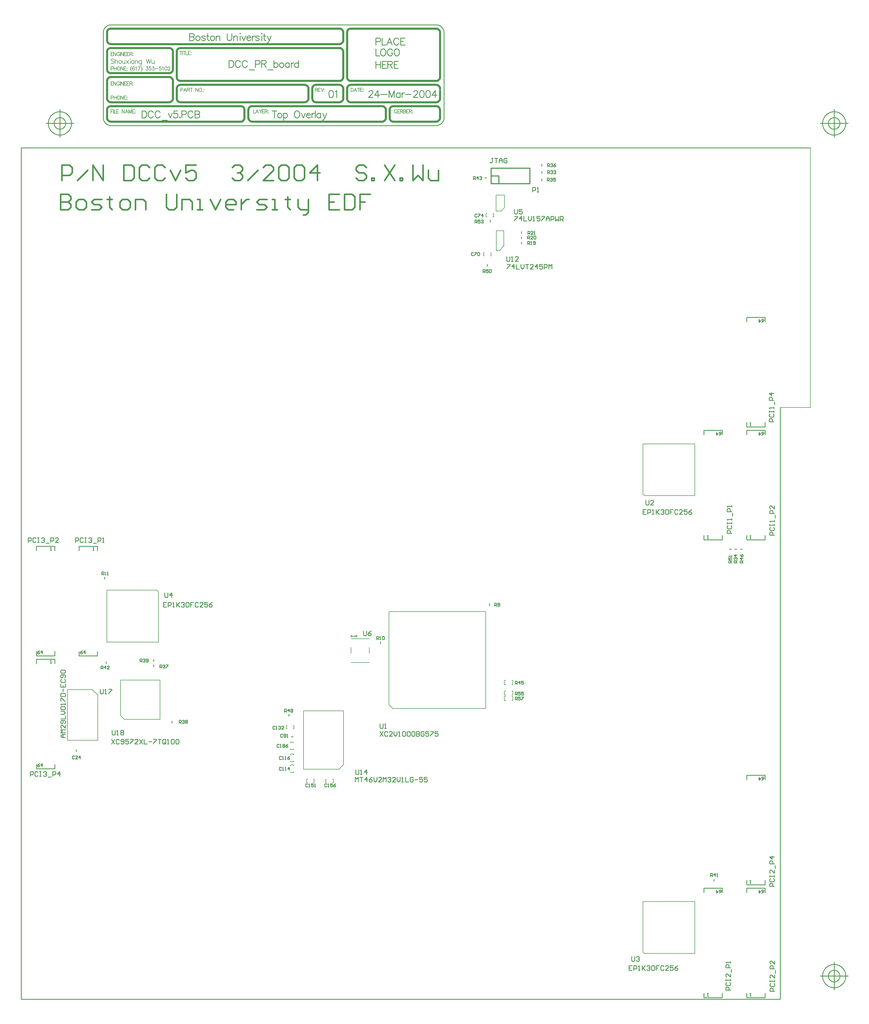
<source format=gto>
%FSLAX24Y24*%
%MOIN*%
G70*
G01*
G75*
%ADD10R,0.0787X0.0709*%
%ADD11R,0.1063X0.0236*%
%ADD12C,0.0220*%
%ADD13C,0.0220*%
%ADD14R,0.0315X0.0354*%
%ADD15C,0.0157*%
%ADD16R,0.0118X0.0591*%
%ADD17C,0.0177*%
%ADD18R,0.0118X0.0591*%
%ADD19R,0.0591X0.0118*%
%ADD20C,0.0230*%
%ADD21R,0.0591X0.0118*%
%ADD22R,0.1063X0.0236*%
%ADD23R,0.0787X0.0157*%
%ADD24R,0.0157X0.0787*%
%ADD25R,0.0354X0.0315*%
%ADD26R,0.0366X0.0291*%
%ADD27R,0.0291X0.0366*%
%ADD28R,0.0701X0.0165*%
%ADD29R,0.0701X0.0165*%
%ADD30R,0.0413X0.0177*%
%ADD31R,0.0315X0.0354*%
%ADD32C,0.0100*%
%ADD33C,0.0060*%
%ADD34C,0.0220*%
%ADD35C,0.0500*%
%ADD36C,0.0120*%
%ADD37C,0.0080*%
%ADD38C,0.0200*%
%ADD39C,0.0250*%
%ADD40C,0.0090*%
%ADD41C,0.0050*%
%ADD42C,0.0500*%
%ADD43C,0.0270*%
%ADD44C,0.0720*%
%ADD45C,0.0200*%
%ADD46C,0.2165*%
%ADD47C,0.2165*%
%ADD48C,0.0750*%
%ADD49C,0.0591*%
%ADD50C,0.0250*%
%ADD51C,0.0240*%
%ADD52C,0.0256*%
%ADD53R,0.1000X0.0420*%
%ADD54R,0.4100X0.4250*%
%ADD55R,0.0945X0.0236*%
%ADD56R,0.1063X0.1004*%
%ADD57R,0.0240X0.0800*%
%ADD58R,0.0600X0.1000*%
%ADD59R,0.0600X0.0600*%
%ADD60R,0.1004X0.1063*%
%ADD61R,0.0256X0.0531*%
%ADD62R,0.1500X0.1100*%
%ADD63R,0.1100X0.1150*%
%ADD64C,0.0400*%
%ADD65C,0.0150*%
%ADD66R,1.2992X2.7953*%
%ADD67R,0.5276X0.2087*%
%ADD68R,0.3110X0.1890*%
%ADD69R,0.0700X0.4200*%
%ADD70R,0.1200X0.0420*%
%ADD71R,0.1000X0.0500*%
%ADD72R,1.6600X1.3550*%
%ADD73R,0.1500X0.1950*%
%ADD74R,0.0950X0.0400*%
%ADD75R,0.0600X0.1250*%
%ADD76R,0.2250X0.1100*%
%ADD77R,0.3850X0.4850*%
%ADD78R,0.0500X0.1100*%
%ADD79R,0.3600X0.4000*%
%ADD80R,1.2450X0.8500*%
%ADD81R,0.1400X0.2750*%
%ADD82R,0.3110X0.1890*%
%ADD83R,0.3071X0.2047*%
%ADD84R,1.5551X1.5472*%
%ADD85R,0.1050X0.1000*%
%ADD86R,0.1000X0.1000*%
%ADD87R,1.7100X1.7400*%
%ADD88C,0.0079*%
D32*
X106801Y65698D02*
Y65948D01*
X134514Y88329D02*
X136876D01*
X134514Y74195D02*
Y74766D01*
X136876Y74195D02*
Y74766D01*
X134514Y87758D02*
Y88329D01*
X136876Y87758D02*
Y88329D01*
X134514Y74195D02*
X136876D01*
X140026Y88329D02*
X142388D01*
X140026Y74195D02*
Y74766D01*
X142388Y74195D02*
Y74766D01*
X140026Y87758D02*
Y88329D01*
X142388Y87758D02*
Y88329D01*
X140026Y74195D02*
X142388D01*
X140026Y102895D02*
X142388D01*
X140026Y88762D02*
Y89332D01*
X142388Y88762D02*
Y89332D01*
X140026Y102325D02*
Y102895D01*
X142388Y102325D02*
Y102895D01*
X140026Y88762D02*
X142388D01*
X134514Y29273D02*
X136876D01*
X134514Y15140D02*
Y15710D01*
X136876Y15140D02*
Y15710D01*
X134514Y28703D02*
Y29273D01*
X136876Y28703D02*
Y29273D01*
X134514Y15140D02*
X136876D01*
X140026D02*
X142388D01*
Y28703D02*
Y29273D01*
X140026Y28703D02*
Y29273D01*
X142388Y15140D02*
Y15710D01*
X140026Y15140D02*
Y15710D01*
Y29273D02*
X142388D01*
X140026Y29706D02*
X142388D01*
Y43269D02*
Y43840D01*
X140026Y43269D02*
Y43840D01*
X142388Y29706D02*
Y30277D01*
X140026Y29706D02*
Y30277D01*
Y43840D02*
X142388D01*
X48293Y58801D02*
X50656D01*
X48293Y44667D02*
Y45238D01*
X50656Y44667D02*
Y45238D01*
X48293Y58230D02*
Y58801D01*
X50656Y58230D02*
Y58801D01*
X48293Y44667D02*
X50656D01*
X48293Y73368D02*
X50656D01*
X48293Y59234D02*
Y59805D01*
X50656Y59234D02*
Y59805D01*
X48293Y72797D02*
Y73368D01*
X50656Y72797D02*
Y73368D01*
X48293Y59234D02*
X50656D01*
X53805D02*
X56168D01*
Y72797D02*
Y73368D01*
X53805Y72797D02*
Y73368D01*
X56168Y59234D02*
Y59805D01*
X53805Y59234D02*
Y59805D01*
Y73368D02*
X56168D01*
X106200Y120898D02*
X106450D01*
X57309Y58223D02*
Y58473D01*
X135814Y30152D02*
Y30402D01*
X63452Y57830D02*
Y58080D01*
X113570Y122396D02*
Y122646D01*
X110931Y113696D02*
Y113946D01*
Y113026D02*
Y113276D01*
Y112357D02*
Y112607D01*
X106522Y109483D02*
Y109733D01*
X63452Y58499D02*
Y58749D01*
X80891Y51432D02*
Y51682D01*
X81200Y48798D02*
X81450D01*
X92750Y60798D02*
Y61048D01*
X53452Y46885D02*
Y47135D01*
X106900Y115198D02*
Y115448D01*
X137775Y72993D02*
X138025D01*
X65813Y50546D02*
Y50796D01*
X139231Y72993D02*
X139481D01*
X138483Y72993D02*
X138733D01*
X57113Y69129D02*
Y69379D01*
X113570Y121491D02*
Y121741D01*
Y120506D02*
Y120756D01*
X90525Y62423D02*
Y61923D01*
X90625Y61823D01*
X90825D01*
X90925Y61923D01*
Y62423D01*
X91525D02*
X91325Y62323D01*
X91125Y62123D01*
Y61923D01*
X91225Y61823D01*
X91425D01*
X91525Y61923D01*
Y62023D01*
X91425Y62123D01*
X91125D01*
X88931Y61907D02*
Y61645D01*
Y61776D01*
X89718D01*
X89587Y61907D01*
X92675Y49473D02*
X93075Y48873D01*
Y49473D02*
X92675Y48873D01*
X93675Y49373D02*
X93575Y49473D01*
X93375D01*
X93275Y49373D01*
Y48973D01*
X93375Y48873D01*
X93575D01*
X93675Y48973D01*
X94274Y48873D02*
X93875D01*
X94274Y49273D01*
Y49373D01*
X94175Y49473D01*
X93975D01*
X93875Y49373D01*
X94474Y49473D02*
Y49073D01*
X94674Y48873D01*
X94874Y49073D01*
Y49473D01*
X95074Y48873D02*
X95274D01*
X95174D01*
Y49473D01*
X95074Y49373D01*
X95574D02*
X95674Y49473D01*
X95874D01*
X95974Y49373D01*
Y48973D01*
X95874Y48873D01*
X95674D01*
X95574Y48973D01*
Y49373D01*
X96174D02*
X96274Y49473D01*
X96474D01*
X96574Y49373D01*
Y48973D01*
X96474Y48873D01*
X96274D01*
X96174Y48973D01*
Y49373D01*
X96774D02*
X96874Y49473D01*
X97074D01*
X97174Y49373D01*
Y48973D01*
X97074Y48873D01*
X96874D01*
X96774Y48973D01*
Y49373D01*
X97373Y49473D02*
Y48873D01*
X97673D01*
X97773Y48973D01*
Y49073D01*
X97673Y49173D01*
X97373D01*
X97673D01*
X97773Y49273D01*
Y49373D01*
X97673Y49473D01*
X97373D01*
X98373Y49373D02*
X98273Y49473D01*
X98073D01*
X97973Y49373D01*
Y48973D01*
X98073Y48873D01*
X98273D01*
X98373Y48973D01*
Y49173D01*
X98173D01*
X98973Y49473D02*
X98573D01*
Y49173D01*
X98773Y49273D01*
X98873D01*
X98973Y49173D01*
Y48973D01*
X98873Y48873D01*
X98673D01*
X98573Y48973D01*
X99173Y49473D02*
X99573D01*
Y49373D01*
X99173Y48973D01*
Y48873D01*
X100173Y49473D02*
X99773D01*
Y49173D01*
X99973Y49273D01*
X100073D01*
X100173Y49173D01*
Y48973D01*
X100073Y48873D01*
X99873D01*
X99773Y48973D01*
X92675Y50473D02*
Y49973D01*
X92775Y49873D01*
X92975D01*
X93075Y49973D01*
Y50473D01*
X93275Y49873D02*
X93475D01*
X93375D01*
Y50473D01*
X93275Y50373D01*
X110125Y53523D02*
Y53923D01*
X110325D01*
X110392Y53856D01*
Y53723D01*
X110325Y53656D01*
X110125D01*
X110258D02*
X110392Y53523D01*
X110791Y53923D02*
X110525D01*
Y53723D01*
X110658Y53790D01*
X110725D01*
X110791Y53723D01*
Y53590D01*
X110725Y53523D01*
X110592D01*
X110525Y53590D01*
X110925Y53923D02*
X111191D01*
Y53856D01*
X110925Y53590D01*
Y53523D01*
X110125Y54173D02*
Y54573D01*
X110325D01*
X110392Y54506D01*
Y54373D01*
X110325Y54306D01*
X110125D01*
X110258D02*
X110392Y54173D01*
X110791Y54573D02*
X110525D01*
Y54373D01*
X110658Y54440D01*
X110725D01*
X110791Y54373D01*
Y54240D01*
X110725Y54173D01*
X110592D01*
X110525Y54240D01*
X111191Y54573D02*
X110925D01*
Y54373D01*
X111058Y54440D01*
X111125D01*
X111191Y54373D01*
Y54240D01*
X111125Y54173D01*
X110991D01*
X110925Y54240D01*
X110125Y55573D02*
Y55973D01*
X110325D01*
X110392Y55906D01*
Y55773D01*
X110325Y55706D01*
X110125D01*
X110258D02*
X110392Y55573D01*
X110725D02*
Y55973D01*
X110525Y55773D01*
X110791D01*
X111191Y55973D02*
X110925D01*
Y55773D01*
X111058Y55840D01*
X111125D01*
X111191Y55773D01*
Y55640D01*
X111125Y55573D01*
X110991D01*
X110925Y55640D01*
X107475Y65623D02*
Y66023D01*
X107675D01*
X107742Y65956D01*
Y65823D01*
X107675Y65756D01*
X107475D01*
X107608D02*
X107742Y65623D01*
X107875Y65690D02*
X107942Y65623D01*
X108075D01*
X108141Y65690D01*
Y65956D01*
X108075Y66023D01*
X107942D01*
X107875Y65956D01*
Y65890D01*
X107942Y65823D01*
X108141D01*
X65111Y66113D02*
X64711D01*
Y65514D01*
X65111D01*
X64711Y65813D02*
X64911D01*
X65311Y65514D02*
Y66113D01*
X65611D01*
X65711Y66013D01*
Y65813D01*
X65611Y65714D01*
X65311D01*
X65910Y65514D02*
X66110D01*
X66010D01*
Y66113D01*
X65910Y66013D01*
X66410Y66113D02*
Y65514D01*
Y65714D01*
X66810Y66113D01*
X66510Y65813D01*
X66810Y65514D01*
X67010Y66013D02*
X67110Y66113D01*
X67310D01*
X67410Y66013D01*
Y65913D01*
X67310Y65813D01*
X67210D01*
X67310D01*
X67410Y65714D01*
Y65614D01*
X67310Y65514D01*
X67110D01*
X67010Y65614D01*
X67610Y66013D02*
X67710Y66113D01*
X67910D01*
X68010Y66013D01*
Y65614D01*
X67910Y65514D01*
X67710D01*
X67610Y65614D01*
Y66013D01*
X68610Y66113D02*
X68210D01*
Y65813D01*
X68410D01*
X68210D01*
Y65514D01*
X69209Y66013D02*
X69109Y66113D01*
X68909D01*
X68809Y66013D01*
Y65614D01*
X68909Y65514D01*
X69109D01*
X69209Y65614D01*
X69809Y65514D02*
X69409D01*
X69809Y65913D01*
Y66013D01*
X69709Y66113D01*
X69509D01*
X69409Y66013D01*
X70409Y66113D02*
X70009D01*
Y65813D01*
X70209Y65913D01*
X70309D01*
X70409Y65813D01*
Y65614D01*
X70309Y65514D01*
X70109D01*
X70009Y65614D01*
X71009Y66113D02*
X70809Y66013D01*
X70609Y65813D01*
Y65614D01*
X70709Y65514D01*
X70909D01*
X71009Y65614D01*
Y65714D01*
X70909Y65813D01*
X70609D01*
X64875Y67373D02*
Y66873D01*
X64975Y66773D01*
X65175D01*
X65275Y66873D01*
Y67373D01*
X65775Y66773D02*
Y67373D01*
X65475Y67073D01*
X65875D01*
X61679Y58427D02*
Y58827D01*
X61879D01*
X61946Y58760D01*
Y58627D01*
X61879Y58560D01*
X61679D01*
X61813D02*
X61946Y58427D01*
X62079Y58760D02*
X62146Y58827D01*
X62279D01*
X62346Y58760D01*
Y58694D01*
X62279Y58627D01*
X62212D01*
X62279D01*
X62346Y58560D01*
Y58494D01*
X62279Y58427D01*
X62146D01*
X62079Y58494D01*
X62479D02*
X62546Y58427D01*
X62679D01*
X62746Y58494D01*
Y58760D01*
X62679Y58827D01*
X62546D01*
X62479Y58760D01*
Y58694D01*
X62546Y58627D01*
X62746D01*
X105971Y108663D02*
Y109063D01*
X106171D01*
X106237Y108996D01*
Y108863D01*
X106171Y108796D01*
X105971D01*
X106104D02*
X106237Y108663D01*
X106637Y109063D02*
X106371D01*
Y108863D01*
X106504Y108930D01*
X106570D01*
X106637Y108863D01*
Y108730D01*
X106570Y108663D01*
X106437D01*
X106371Y108730D01*
X106770Y108996D02*
X106837Y109063D01*
X106970D01*
X107037Y108996D01*
Y108730D01*
X106970Y108663D01*
X106837D01*
X106770Y108730D01*
Y108996D01*
X138116Y75041D02*
X137517D01*
Y75341D01*
X137617Y75441D01*
X137816D01*
X137916Y75341D01*
Y75041D01*
X137617Y76041D02*
X137517Y75941D01*
Y75741D01*
X137617Y75641D01*
X138016D01*
X138116Y75741D01*
Y75941D01*
X138016Y76041D01*
X137517Y76241D02*
Y76441D01*
Y76341D01*
X138116D01*
Y76241D01*
Y76441D01*
Y76741D02*
Y76941D01*
Y76841D01*
X137517D01*
X137617Y76741D01*
X138216Y77240D02*
Y77640D01*
X138116Y77840D02*
X137517D01*
Y78140D01*
X137617Y78240D01*
X137816D01*
X137916Y78140D01*
Y77840D01*
X138116Y78440D02*
Y78640D01*
Y78540D01*
X137517D01*
X137617Y78440D01*
X143589Y74805D02*
X142989D01*
Y75105D01*
X143089Y75205D01*
X143289D01*
X143389Y75105D01*
Y74805D01*
X143089Y75805D02*
X142989Y75705D01*
Y75505D01*
X143089Y75405D01*
X143489D01*
X143589Y75505D01*
Y75705D01*
X143489Y75805D01*
X142989Y76005D02*
Y76204D01*
Y76104D01*
X143589D01*
Y76005D01*
Y76204D01*
Y76504D02*
Y76704D01*
Y76604D01*
X142989D01*
X143089Y76504D01*
X143689Y77004D02*
Y77404D01*
X143589Y77604D02*
X142989D01*
Y77904D01*
X143089Y78004D01*
X143289D01*
X143389Y77904D01*
Y77604D01*
X143589Y78604D02*
Y78204D01*
X143189Y78604D01*
X143089D01*
X142989Y78504D01*
Y78304D01*
X143089Y78204D01*
X143530Y89411D02*
X142930D01*
Y89711D01*
X143030Y89811D01*
X143230D01*
X143330Y89711D01*
Y89411D01*
X143030Y90411D02*
X142930Y90311D01*
Y90111D01*
X143030Y90011D01*
X143430D01*
X143530Y90111D01*
Y90311D01*
X143430Y90411D01*
X142930Y90611D02*
Y90811D01*
Y90711D01*
X143530D01*
Y90611D01*
Y90811D01*
Y91111D02*
Y91311D01*
Y91211D01*
X142930D01*
X143030Y91111D01*
X143630Y91611D02*
Y92010D01*
X143530Y92210D02*
X142930D01*
Y92510D01*
X143030Y92610D01*
X143230D01*
X143330Y92510D01*
Y92210D01*
X143530Y93110D02*
X142930D01*
X143230Y92810D01*
Y93210D01*
X137919Y16104D02*
X137320D01*
Y16404D01*
X137420Y16504D01*
X137620D01*
X137720Y16404D01*
Y16104D01*
X137420Y17104D02*
X137320Y17004D01*
Y16804D01*
X137420Y16704D01*
X137820D01*
X137919Y16804D01*
Y17004D01*
X137820Y17104D01*
X137320Y17304D02*
Y17504D01*
Y17404D01*
X137919D01*
Y17304D01*
Y17504D01*
Y18203D02*
Y17804D01*
X137520Y18203D01*
X137420D01*
X137320Y18103D01*
Y17904D01*
X137420Y17804D01*
X138019Y18403D02*
Y18803D01*
X137919Y19003D02*
X137320D01*
Y19303D01*
X137420Y19403D01*
X137620D01*
X137720Y19303D01*
Y19003D01*
X137919Y19603D02*
Y19803D01*
Y19703D01*
X137320D01*
X137420Y19603D01*
X143648Y15947D02*
X143048D01*
Y16247D01*
X143148Y16347D01*
X143348D01*
X143448Y16247D01*
Y15947D01*
X143148Y16946D02*
X143048Y16846D01*
Y16646D01*
X143148Y16546D01*
X143548D01*
X143648Y16646D01*
Y16846D01*
X143548Y16946D01*
X143048Y17146D02*
Y17346D01*
Y17246D01*
X143648D01*
Y17146D01*
Y17346D01*
Y18046D02*
Y17646D01*
X143248Y18046D01*
X143148D01*
X143048Y17946D01*
Y17746D01*
X143148Y17646D01*
X143748Y18246D02*
Y18646D01*
X143648Y18846D02*
X143048D01*
Y19146D01*
X143148Y19246D01*
X143348D01*
X143448Y19146D01*
Y18846D01*
X143648Y19845D02*
Y19446D01*
X143248Y19845D01*
X143148D01*
X143048Y19745D01*
Y19545D01*
X143148Y19446D01*
X143608Y29490D02*
X143009D01*
Y29790D01*
X143109Y29890D01*
X143309D01*
X143409Y29790D01*
Y29490D01*
X143109Y30490D02*
X143009Y30390D01*
Y30190D01*
X143109Y30090D01*
X143509D01*
X143608Y30190D01*
Y30390D01*
X143509Y30490D01*
X143009Y30690D02*
Y30890D01*
Y30790D01*
X143608D01*
Y30690D01*
Y30890D01*
Y31589D02*
Y31189D01*
X143209Y31589D01*
X143109D01*
X143009Y31489D01*
Y31289D01*
X143109Y31189D01*
X143708Y31789D02*
Y32189D01*
X143608Y32389D02*
X143009D01*
Y32689D01*
X143109Y32789D01*
X143309D01*
X143409Y32689D01*
Y32389D01*
X143608Y33289D02*
X143009D01*
X143309Y32989D01*
Y33389D01*
X53333Y73860D02*
Y74460D01*
X53633D01*
X53733Y74360D01*
Y74160D01*
X53633Y74060D01*
X53333D01*
X54333Y74360D02*
X54233Y74460D01*
X54033D01*
X53933Y74360D01*
Y73960D01*
X54033Y73860D01*
X54233D01*
X54333Y73960D01*
X54532Y74460D02*
X54732D01*
X54632D01*
Y73860D01*
X54532D01*
X54732D01*
X55032Y74360D02*
X55132Y74460D01*
X55332D01*
X55432Y74360D01*
Y74260D01*
X55332Y74160D01*
X55232D01*
X55332D01*
X55432Y74060D01*
Y73960D01*
X55332Y73860D01*
X55132D01*
X55032Y73960D01*
X55632Y73760D02*
X56032D01*
X56232Y73860D02*
Y74460D01*
X56532D01*
X56632Y74360D01*
Y74160D01*
X56532Y74060D01*
X56232D01*
X56832Y73860D02*
X57032D01*
X56932D01*
Y74460D01*
X56832Y74360D01*
X47231Y73860D02*
Y74460D01*
X47530D01*
X47630Y74360D01*
Y74160D01*
X47530Y74060D01*
X47231D01*
X48230Y74360D02*
X48130Y74460D01*
X47930D01*
X47830Y74360D01*
Y73960D01*
X47930Y73860D01*
X48130D01*
X48230Y73960D01*
X48430Y74460D02*
X48630D01*
X48530D01*
Y73860D01*
X48430D01*
X48630D01*
X48930Y74360D02*
X49030Y74460D01*
X49230D01*
X49330Y74360D01*
Y74260D01*
X49230Y74160D01*
X49130D01*
X49230D01*
X49330Y74060D01*
Y73960D01*
X49230Y73860D01*
X49030D01*
X48930Y73960D01*
X49530Y73760D02*
X49930D01*
X50130Y73860D02*
Y74460D01*
X50429D01*
X50529Y74360D01*
Y74160D01*
X50429Y74060D01*
X50130D01*
X51129Y73860D02*
X50729D01*
X51129Y74260D01*
Y74360D01*
X51029Y74460D01*
X50829D01*
X50729Y74360D01*
X47506Y43703D02*
Y44302D01*
X47806D01*
X47906Y44202D01*
Y44002D01*
X47806Y43902D01*
X47506D01*
X48506Y44202D02*
X48406Y44302D01*
X48206D01*
X48106Y44202D01*
Y43803D01*
X48206Y43703D01*
X48406D01*
X48506Y43803D01*
X48706Y44302D02*
X48906D01*
X48806D01*
Y43703D01*
X48706D01*
X48906D01*
X49206Y44202D02*
X49306Y44302D01*
X49505D01*
X49605Y44202D01*
Y44102D01*
X49505Y44002D01*
X49405D01*
X49505D01*
X49605Y43902D01*
Y43803D01*
X49505Y43703D01*
X49306D01*
X49206Y43803D01*
X49805Y43603D02*
X50205D01*
X50405Y43703D02*
Y44302D01*
X50705D01*
X50805Y44202D01*
Y44002D01*
X50705Y43902D01*
X50405D01*
X51305Y43703D02*
Y44302D01*
X51005Y44002D01*
X51405D01*
X111736Y112306D02*
Y112706D01*
X111936D01*
X112002Y112640D01*
Y112506D01*
X111936Y112440D01*
X111736D01*
X111869D02*
X112002Y112306D01*
X112136D02*
X112269D01*
X112202D01*
Y112706D01*
X112136Y112640D01*
X112469Y112373D02*
X112535Y112306D01*
X112669D01*
X112735Y112373D01*
Y112640D01*
X112669Y112706D01*
X112535D01*
X112469Y112640D01*
Y112573D01*
X112535Y112506D01*
X112735D01*
X111736Y112999D02*
Y113399D01*
X111936D01*
X112002Y113332D01*
Y113199D01*
X111936Y113132D01*
X111736D01*
X111869D02*
X112002Y112999D01*
X112402D02*
X112136D01*
X112402Y113265D01*
Y113332D01*
X112336Y113399D01*
X112202D01*
X112136Y113332D01*
X112535D02*
X112602Y113399D01*
X112735D01*
X112802Y113332D01*
Y113065D01*
X112735Y112999D01*
X112602D01*
X112535Y113065D01*
Y113332D01*
X111770Y113609D02*
Y114009D01*
X111970D01*
X112036Y113942D01*
Y113809D01*
X111970Y113743D01*
X111770D01*
X111903D02*
X112036Y113609D01*
X112436D02*
X112170D01*
X112436Y113876D01*
Y113942D01*
X112370Y114009D01*
X112236D01*
X112170Y113942D01*
X112569Y113609D02*
X112703D01*
X112636D01*
Y114009D01*
X112569Y113942D01*
X114317Y121419D02*
Y121819D01*
X114517D01*
X114584Y121752D01*
Y121619D01*
X114517Y121552D01*
X114317D01*
X114450D02*
X114584Y121419D01*
X114717Y121752D02*
X114784Y121819D01*
X114917D01*
X114984Y121752D01*
Y121686D01*
X114917Y121619D01*
X114850D01*
X114917D01*
X114984Y121552D01*
Y121486D01*
X114917Y121419D01*
X114784D01*
X114717Y121486D01*
X115117Y121752D02*
X115184Y121819D01*
X115317D01*
X115383Y121752D01*
Y121686D01*
X115317Y121619D01*
X115250D01*
X115317D01*
X115383Y121552D01*
Y121486D01*
X115317Y121419D01*
X115184D01*
X115117Y121486D01*
X114317Y122325D02*
Y122724D01*
X114517D01*
X114584Y122658D01*
Y122525D01*
X114517Y122458D01*
X114317D01*
X114450D02*
X114584Y122325D01*
X114717Y122658D02*
X114784Y122724D01*
X114917D01*
X114984Y122658D01*
Y122591D01*
X114917Y122525D01*
X114850D01*
X114917D01*
X114984Y122458D01*
Y122391D01*
X114917Y122325D01*
X114784D01*
X114717Y122391D01*
X115383Y122724D02*
X115250Y122658D01*
X115117Y122525D01*
Y122391D01*
X115184Y122325D01*
X115317D01*
X115383Y122391D01*
Y122458D01*
X115317Y122525D01*
X115117D01*
X64225Y57673D02*
Y58073D01*
X64425D01*
X64492Y58006D01*
Y57873D01*
X64425Y57806D01*
X64225D01*
X64358D02*
X64492Y57673D01*
X64625Y58006D02*
X64692Y58073D01*
X64825D01*
X64891Y58006D01*
Y57940D01*
X64825Y57873D01*
X64758D01*
X64825D01*
X64891Y57806D01*
Y57740D01*
X64825Y57673D01*
X64692D01*
X64625Y57740D01*
X65025Y58073D02*
X65291D01*
Y58006D01*
X65025Y57740D01*
Y57673D01*
X135375Y30773D02*
Y31173D01*
X135575D01*
X135642Y31106D01*
Y30973D01*
X135575Y30906D01*
X135375D01*
X135508D02*
X135642Y30773D01*
X135975D02*
Y31173D01*
X135775Y30973D01*
X136041D01*
X136175Y30773D02*
X136308D01*
X136241D01*
Y31173D01*
X136175Y31106D01*
X56625Y57523D02*
Y57923D01*
X56825D01*
X56892Y57856D01*
Y57723D01*
X56825Y57656D01*
X56625D01*
X56758D02*
X56892Y57523D01*
X57225D02*
Y57923D01*
X57025Y57723D01*
X57291D01*
X57691Y57523D02*
X57425D01*
X57691Y57790D01*
Y57856D01*
X57625Y57923D01*
X57491D01*
X57425Y57856D01*
X104725Y120673D02*
Y121073D01*
X104925D01*
X104992Y121006D01*
Y120873D01*
X104925Y120806D01*
X104725D01*
X104858D02*
X104992Y120673D01*
X105325D02*
Y121073D01*
X105125Y120873D01*
X105391D01*
X105525Y121006D02*
X105591Y121073D01*
X105725D01*
X105791Y121006D01*
Y120940D01*
X105725Y120873D01*
X105658D01*
X105725D01*
X105791Y120806D01*
Y120740D01*
X105725Y120673D01*
X105591D01*
X105525Y120740D01*
X110025Y115923D02*
X110425D01*
Y115823D01*
X110025Y115423D01*
Y115323D01*
X110925D02*
Y115923D01*
X110625Y115623D01*
X111025D01*
X111225Y115923D02*
Y115323D01*
X111624D01*
X111824Y115923D02*
Y115523D01*
X112024Y115323D01*
X112224Y115523D01*
Y115923D01*
X112424Y115323D02*
X112624D01*
X112524D01*
Y115923D01*
X112424Y115823D01*
X113324Y115923D02*
X112924D01*
Y115623D01*
X113124Y115723D01*
X113224D01*
X113324Y115623D01*
Y115423D01*
X113224Y115323D01*
X113024D01*
X112924Y115423D01*
X113524Y115923D02*
X113924D01*
Y115823D01*
X113524Y115423D01*
Y115323D01*
X114124D02*
Y115723D01*
X114324Y115923D01*
X114524Y115723D01*
Y115323D01*
Y115623D01*
X114124D01*
X114723Y115323D02*
Y115923D01*
X115023D01*
X115123Y115823D01*
Y115623D01*
X115023Y115523D01*
X114723D01*
X115323Y115923D02*
Y115323D01*
X115523Y115523D01*
X115723Y115323D01*
Y115923D01*
X115923Y115323D02*
Y115923D01*
X116223D01*
X116323Y115823D01*
Y115623D01*
X116223Y115523D01*
X115923D01*
X116123D02*
X116323Y115323D01*
X110025Y116823D02*
Y116323D01*
X110125Y116223D01*
X110325D01*
X110425Y116323D01*
Y116823D01*
X111025D02*
X110625D01*
Y116523D01*
X110825Y116623D01*
X110925D01*
X111025Y116523D01*
Y116323D01*
X110925Y116223D01*
X110725D01*
X110625Y116323D01*
X109075Y109723D02*
X109475D01*
Y109623D01*
X109075Y109223D01*
Y109123D01*
X109975D02*
Y109723D01*
X109675Y109423D01*
X110075D01*
X110275Y109723D02*
Y109123D01*
X110674D01*
X110874Y109723D02*
Y109323D01*
X111074Y109123D01*
X111274Y109323D01*
Y109723D01*
X111474D02*
X111874D01*
X111674D01*
Y109123D01*
X112474D02*
X112074D01*
X112474Y109523D01*
Y109623D01*
X112374Y109723D01*
X112174D01*
X112074Y109623D01*
X112974Y109123D02*
Y109723D01*
X112674Y109423D01*
X113074D01*
X113674Y109723D02*
X113274D01*
Y109423D01*
X113474Y109523D01*
X113574D01*
X113674Y109423D01*
Y109223D01*
X113574Y109123D01*
X113374D01*
X113274Y109223D01*
X113873Y109123D02*
Y109723D01*
X114173D01*
X114273Y109623D01*
Y109423D01*
X114173Y109323D01*
X113873D01*
X114473Y109123D02*
Y109723D01*
X114673Y109523D01*
X114873Y109723D01*
Y109123D01*
X109025Y110723D02*
Y110223D01*
X109125Y110123D01*
X109325D01*
X109425Y110223D01*
Y110723D01*
X109625Y110123D02*
X109825D01*
X109725D01*
Y110723D01*
X109625Y110623D01*
X110525Y110123D02*
X110125D01*
X110525Y110523D01*
Y110623D01*
X110425Y110723D01*
X110225D01*
X110125Y110623D01*
X89475Y42973D02*
Y43573D01*
X89675Y43373D01*
X89875Y43573D01*
Y42973D01*
X90075Y43573D02*
X90475D01*
X90275D01*
Y42973D01*
X90975D02*
Y43573D01*
X90675Y43273D01*
X91074D01*
X91674Y43573D02*
X91474Y43473D01*
X91274Y43273D01*
Y43073D01*
X91374Y42973D01*
X91574D01*
X91674Y43073D01*
Y43173D01*
X91574Y43273D01*
X91274D01*
X91874Y43573D02*
Y43173D01*
X92074Y42973D01*
X92274Y43173D01*
Y43573D01*
X92874Y42973D02*
X92474D01*
X92874Y43373D01*
Y43473D01*
X92774Y43573D01*
X92574D01*
X92474Y43473D01*
X93074Y42973D02*
Y43573D01*
X93274Y43373D01*
X93474Y43573D01*
Y42973D01*
X93674Y43473D02*
X93774Y43573D01*
X93974D01*
X94074Y43473D01*
Y43373D01*
X93974Y43273D01*
X93874D01*
X93974D01*
X94074Y43173D01*
Y43073D01*
X93974Y42973D01*
X93774D01*
X93674Y43073D01*
X94673Y42973D02*
X94273D01*
X94673Y43373D01*
Y43473D01*
X94573Y43573D01*
X94373D01*
X94273Y43473D01*
X94873Y43573D02*
Y43173D01*
X95073Y42973D01*
X95273Y43173D01*
Y43573D01*
X95473Y42973D02*
X95673D01*
X95573D01*
Y43573D01*
X95473Y43473D01*
X95973Y43573D02*
Y42973D01*
X96373D01*
X96973Y43473D02*
X96873Y43573D01*
X96673D01*
X96573Y43473D01*
Y43073D01*
X96673Y42973D01*
X96873D01*
X96973Y43073D01*
Y43273D01*
X96773D01*
X97173D02*
X97572D01*
X98172Y43573D02*
X97772D01*
Y43273D01*
X97972Y43373D01*
X98072D01*
X98172Y43273D01*
Y43073D01*
X98072Y42973D01*
X97872D01*
X97772Y43073D01*
X98772Y43573D02*
X98372D01*
Y43273D01*
X98572Y43373D01*
X98672D01*
X98772Y43273D01*
Y43073D01*
X98672Y42973D01*
X98472D01*
X98372Y43073D01*
X89525Y44523D02*
Y44023D01*
X89625Y43923D01*
X89825D01*
X89925Y44023D01*
Y44523D01*
X90125Y43923D02*
X90325D01*
X90225D01*
Y44523D01*
X90125Y44423D01*
X90925Y43923D02*
Y44523D01*
X90625Y44223D01*
X91025D01*
X52034Y48703D02*
X51634D01*
X51434Y48902D01*
X51634Y49102D01*
X52034D01*
X51734D01*
Y48703D01*
X52034Y49302D02*
X51434D01*
X51634Y49502D01*
X51434Y49702D01*
X52034D01*
Y50302D02*
Y49902D01*
X51634Y50302D01*
X51534D01*
X51434Y50202D01*
Y50002D01*
X51534Y49902D01*
X51934Y50502D02*
X52034Y50602D01*
Y50802D01*
X51934Y50902D01*
X51534D01*
X51434Y50802D01*
Y50602D01*
X51534Y50502D01*
X51634D01*
X51734Y50602D01*
Y50902D01*
X51434Y51102D02*
X52034D01*
Y51502D01*
X51434Y51702D02*
X51834D01*
X52034Y51902D01*
X51834Y52101D01*
X51434D01*
X51534Y52301D02*
X51434Y52401D01*
Y52601D01*
X51534Y52701D01*
X51934D01*
X52034Y52601D01*
Y52401D01*
X51934Y52301D01*
X51534D01*
X52034Y52901D02*
Y53101D01*
Y53001D01*
X51434D01*
X51534Y52901D01*
X51434Y53401D02*
Y53801D01*
X51534D01*
X51934Y53401D01*
X52034D01*
X51434Y54001D02*
X52034D01*
Y54301D01*
X51934Y54401D01*
X51534D01*
X51434Y54301D01*
Y54001D01*
X51734Y54601D02*
Y55001D01*
X51434Y55600D02*
Y55200D01*
X52034D01*
Y55600D01*
X51734Y55200D02*
Y55400D01*
X51534Y56200D02*
X51434Y56100D01*
Y55900D01*
X51534Y55800D01*
X51934D01*
X52034Y55900D01*
Y56100D01*
X51934Y56200D01*
Y56400D02*
X52034Y56500D01*
Y56700D01*
X51934Y56800D01*
X51534D01*
X51434Y56700D01*
Y56500D01*
X51534Y56400D01*
X51634D01*
X51734Y56500D01*
Y56800D01*
X51534Y57000D02*
X51434Y57100D01*
Y57300D01*
X51534Y57400D01*
X51934D01*
X52034Y57300D01*
Y57100D01*
X51934Y57000D01*
X51534D01*
X56525Y54923D02*
Y54423D01*
X56625Y54323D01*
X56825D01*
X56925Y54423D01*
Y54923D01*
X57125Y54323D02*
X57325D01*
X57225D01*
Y54923D01*
X57125Y54823D01*
X57625Y54923D02*
X58025D01*
Y54823D01*
X57625Y54423D01*
Y54323D01*
X58018Y48476D02*
X58418Y47876D01*
Y48476D02*
X58018Y47876D01*
X59018Y48376D02*
X58918Y48476D01*
X58718D01*
X58618Y48376D01*
Y47976D01*
X58718Y47876D01*
X58918D01*
X59018Y47976D01*
X59218D02*
X59317Y47876D01*
X59517D01*
X59617Y47976D01*
Y48376D01*
X59517Y48476D01*
X59317D01*
X59218Y48376D01*
Y48276D01*
X59317Y48176D01*
X59617D01*
X60217Y48476D02*
X59817D01*
Y48176D01*
X60017Y48276D01*
X60117D01*
X60217Y48176D01*
Y47976D01*
X60117Y47876D01*
X59917D01*
X59817Y47976D01*
X60417Y48476D02*
X60817D01*
Y48376D01*
X60417Y47976D01*
Y47876D01*
X61417D02*
X61017D01*
X61417Y48276D01*
Y48376D01*
X61317Y48476D01*
X61117D01*
X61017Y48376D01*
X61617Y48476D02*
X62017Y47876D01*
Y48476D02*
X61617Y47876D01*
X62217Y48476D02*
Y47876D01*
X62616D01*
X62816Y48176D02*
X63216D01*
X63416Y48476D02*
X63816D01*
Y48376D01*
X63416Y47976D01*
Y47876D01*
X64016Y48476D02*
X64416D01*
X64216D01*
Y47876D01*
X65016Y47976D02*
Y48376D01*
X64916Y48476D01*
X64716D01*
X64616Y48376D01*
Y47976D01*
X64716Y47876D01*
X64916D01*
X64816Y48076D02*
X65016Y47876D01*
X64916D02*
X65016Y47976D01*
X65216Y47876D02*
X65416D01*
X65316D01*
Y48476D01*
X65216Y48376D01*
X65715D02*
X65815Y48476D01*
X66015D01*
X66115Y48376D01*
Y47976D01*
X66015Y47876D01*
X65815D01*
X65715Y47976D01*
Y48376D01*
X66315D02*
X66415Y48476D01*
X66615D01*
X66715Y48376D01*
Y47976D01*
X66615Y47876D01*
X66415D01*
X66315Y47976D01*
Y48376D01*
X58057Y49617D02*
Y49117D01*
X58157Y49018D01*
X58357D01*
X58457Y49117D01*
Y49617D01*
X58657Y49018D02*
X58857D01*
X58757D01*
Y49617D01*
X58657Y49517D01*
X59157D02*
X59257Y49617D01*
X59457D01*
X59557Y49517D01*
Y49417D01*
X59457Y49317D01*
X59557Y49217D01*
Y49117D01*
X59457Y49018D01*
X59257D01*
X59157Y49117D01*
Y49217D01*
X59257Y49317D01*
X59157Y49417D01*
Y49517D01*
X59257Y49317D02*
X59457D01*
X66725Y50523D02*
Y50923D01*
X66925D01*
X66992Y50856D01*
Y50723D01*
X66925Y50656D01*
X66725D01*
X66858D02*
X66992Y50523D01*
X67125Y50856D02*
X67192Y50923D01*
X67325D01*
X67391Y50856D01*
Y50790D01*
X67325Y50723D01*
X67258D01*
X67325D01*
X67391Y50656D01*
Y50590D01*
X67325Y50523D01*
X67192D01*
X67125Y50590D01*
X67525Y50856D02*
X67591Y50923D01*
X67725D01*
X67791Y50856D01*
Y50790D01*
X67725Y50723D01*
X67791Y50656D01*
Y50590D01*
X67725Y50523D01*
X67591D01*
X67525Y50590D01*
Y50656D01*
X67591Y50723D01*
X67525Y50790D01*
Y50856D01*
X67591Y50723D02*
X67725D01*
X125225Y19273D02*
X124825D01*
Y18673D01*
X125225D01*
X124825Y18973D02*
X125025D01*
X125425Y18673D02*
Y19273D01*
X125725D01*
X125825Y19173D01*
Y18973D01*
X125725Y18873D01*
X125425D01*
X126025Y18673D02*
X126225D01*
X126125D01*
Y19273D01*
X126025Y19173D01*
X126524Y19273D02*
Y18673D01*
Y18873D01*
X126924Y19273D01*
X126624Y18973D01*
X126924Y18673D01*
X127124Y19173D02*
X127224Y19273D01*
X127424D01*
X127524Y19173D01*
Y19073D01*
X127424Y18973D01*
X127324D01*
X127424D01*
X127524Y18873D01*
Y18773D01*
X127424Y18673D01*
X127224D01*
X127124Y18773D01*
X127724Y19173D02*
X127824Y19273D01*
X128024D01*
X128124Y19173D01*
Y18773D01*
X128024Y18673D01*
X127824D01*
X127724Y18773D01*
Y19173D01*
X128724Y19273D02*
X128324D01*
Y18973D01*
X128524D01*
X128324D01*
Y18673D01*
X129324Y19173D02*
X129224Y19273D01*
X129024D01*
X128924Y19173D01*
Y18773D01*
X129024Y18673D01*
X129224D01*
X129324Y18773D01*
X129923Y18673D02*
X129523D01*
X129923Y19073D01*
Y19173D01*
X129823Y19273D01*
X129623D01*
X129523Y19173D01*
X130523Y19273D02*
X130123D01*
Y18973D01*
X130323Y19073D01*
X130423D01*
X130523Y18973D01*
Y18773D01*
X130423Y18673D01*
X130223D01*
X130123Y18773D01*
X131123Y19273D02*
X130923Y19173D01*
X130723Y18973D01*
Y18773D01*
X130823Y18673D01*
X131023D01*
X131123Y18773D01*
Y18873D01*
X131023Y18973D01*
X130723D01*
X125175Y20423D02*
Y19923D01*
X125275Y19823D01*
X125475D01*
X125575Y19923D01*
Y20423D01*
X125775Y20323D02*
X125875Y20423D01*
X126075D01*
X126175Y20323D01*
Y20223D01*
X126075Y20123D01*
X125975D01*
X126075D01*
X126175Y20023D01*
Y19923D01*
X126075Y19823D01*
X125875D01*
X125775Y19923D01*
X80325Y51973D02*
Y52373D01*
X80525D01*
X80592Y52306D01*
Y52173D01*
X80525Y52106D01*
X80325D01*
X80458D02*
X80592Y51973D01*
X80925D02*
Y52373D01*
X80725Y52173D01*
X80991D01*
X81125Y52306D02*
X81191Y52373D01*
X81325D01*
X81391Y52306D01*
Y52240D01*
X81325Y52173D01*
X81391Y52106D01*
Y52040D01*
X81325Y51973D01*
X81191D01*
X81125Y52040D01*
Y52106D01*
X81191Y52173D01*
X81125Y52240D01*
Y52306D01*
X81191Y52173D02*
X81325D01*
X127040Y78082D02*
X126640D01*
Y77482D01*
X127040D01*
X126640Y77782D02*
X126840D01*
X127240Y77482D02*
Y78082D01*
X127540D01*
X127640Y77982D01*
Y77782D01*
X127540Y77682D01*
X127240D01*
X127840Y77482D02*
X128040D01*
X127940D01*
Y78082D01*
X127840Y77982D01*
X128339Y78082D02*
Y77482D01*
Y77682D01*
X128739Y78082D01*
X128439Y77782D01*
X128739Y77482D01*
X128939Y77982D02*
X129039Y78082D01*
X129239D01*
X129339Y77982D01*
Y77882D01*
X129239Y77782D01*
X129139D01*
X129239D01*
X129339Y77682D01*
Y77582D01*
X129239Y77482D01*
X129039D01*
X128939Y77582D01*
X129539Y77982D02*
X129639Y78082D01*
X129839D01*
X129939Y77982D01*
Y77582D01*
X129839Y77482D01*
X129639D01*
X129539Y77582D01*
Y77982D01*
X130539Y78082D02*
X130139D01*
Y77782D01*
X130339D01*
X130139D01*
Y77482D01*
X131139Y77982D02*
X131039Y78082D01*
X130839D01*
X130739Y77982D01*
Y77582D01*
X130839Y77482D01*
X131039D01*
X131139Y77582D01*
X131738Y77482D02*
X131338D01*
X131738Y77882D01*
Y77982D01*
X131638Y78082D01*
X131438D01*
X131338Y77982D01*
X132338Y78082D02*
X131938D01*
Y77782D01*
X132138Y77882D01*
X132238D01*
X132338Y77782D01*
Y77582D01*
X132238Y77482D01*
X132038D01*
X131938Y77582D01*
X132938Y78082D02*
X132738Y77982D01*
X132538Y77782D01*
Y77582D01*
X132638Y77482D01*
X132838D01*
X132938Y77582D01*
Y77682D01*
X132838Y77782D01*
X132538D01*
X126994Y79302D02*
Y78803D01*
X127094Y78703D01*
X127294D01*
X127394Y78803D01*
Y79302D01*
X127994Y78703D02*
X127594D01*
X127994Y79102D01*
Y79202D01*
X127894Y79302D01*
X127694D01*
X127594Y79202D01*
X85792Y42656D02*
X85725Y42723D01*
X85592D01*
X85525Y42656D01*
Y42390D01*
X85592Y42323D01*
X85725D01*
X85792Y42390D01*
X85925Y42323D02*
X86058D01*
X85992D01*
Y42723D01*
X85925Y42656D01*
X86525Y42723D02*
X86258D01*
Y42523D01*
X86391Y42590D01*
X86458D01*
X86525Y42523D01*
Y42390D01*
X86458Y42323D01*
X86325D01*
X86258Y42390D01*
X86925Y42723D02*
X86791Y42656D01*
X86658Y42523D01*
Y42390D01*
X86725Y42323D01*
X86858D01*
X86925Y42390D01*
Y42456D01*
X86858Y42523D01*
X86658D01*
X92225Y61323D02*
Y61723D01*
X92425D01*
X92492Y61656D01*
Y61523D01*
X92425Y61456D01*
X92225D01*
X92358D02*
X92492Y61323D01*
X92625D02*
X92758D01*
X92692D01*
Y61723D01*
X92625Y61656D01*
X92958D02*
X93025Y61723D01*
X93158D01*
X93225Y61656D01*
Y61390D01*
X93158Y61323D01*
X93025D01*
X92958Y61390D01*
Y61656D01*
X80092Y49056D02*
X80025Y49123D01*
X79892D01*
X79825Y49056D01*
Y48790D01*
X79892Y48723D01*
X80025D01*
X80092Y48790D01*
X80225D02*
X80292Y48723D01*
X80425D01*
X80491Y48790D01*
Y49056D01*
X80425Y49123D01*
X80292D01*
X80225Y49056D01*
Y48990D01*
X80292Y48923D01*
X80491D01*
X80625Y48723D02*
X80758D01*
X80691D01*
Y49123D01*
X80625Y49056D01*
X79942Y44806D02*
X79875Y44873D01*
X79742D01*
X79675Y44806D01*
Y44540D01*
X79742Y44473D01*
X79875D01*
X79942Y44540D01*
X80075Y44473D02*
X80208D01*
X80142D01*
Y44873D01*
X80075Y44806D01*
X80408Y44473D02*
X80541D01*
X80475D01*
Y44873D01*
X80408Y44806D01*
X80941Y44473D02*
Y44873D01*
X80741Y44673D01*
X81008D01*
X83342Y42656D02*
X83275Y42723D01*
X83142D01*
X83075Y42656D01*
Y42390D01*
X83142Y42323D01*
X83275D01*
X83342Y42390D01*
X83475Y42323D02*
X83608D01*
X83542D01*
Y42723D01*
X83475Y42656D01*
X84075Y42723D02*
X83808D01*
Y42523D01*
X83941Y42590D01*
X84008D01*
X84075Y42523D01*
Y42390D01*
X84008Y42323D01*
X83875D01*
X83808Y42390D01*
X84208Y42323D02*
X84341D01*
X84275D01*
Y42723D01*
X84208Y42656D01*
X79642Y47756D02*
X79575Y47823D01*
X79442D01*
X79375Y47756D01*
Y47490D01*
X79442Y47423D01*
X79575D01*
X79642Y47490D01*
X79775Y47423D02*
X79908D01*
X79842D01*
Y47823D01*
X79775Y47756D01*
X80108D02*
X80175Y47823D01*
X80308D01*
X80375Y47756D01*
Y47690D01*
X80308Y47623D01*
X80375Y47556D01*
Y47490D01*
X80308Y47423D01*
X80175D01*
X80108Y47490D01*
Y47556D01*
X80175Y47623D01*
X80108Y47690D01*
Y47756D01*
X80175Y47623D02*
X80308D01*
X80775Y47823D02*
X80641Y47756D01*
X80508Y47623D01*
Y47490D01*
X80575Y47423D01*
X80708D01*
X80775Y47490D01*
Y47556D01*
X80708Y47623D01*
X80508D01*
X79942Y46206D02*
X79875Y46273D01*
X79742D01*
X79675Y46206D01*
Y45940D01*
X79742Y45873D01*
X79875D01*
X79942Y45940D01*
X80075Y45873D02*
X80208D01*
X80142D01*
Y46273D01*
X80075Y46206D01*
X80408Y45873D02*
X80541D01*
X80475D01*
Y46273D01*
X80408Y46206D01*
X81008Y46273D02*
X80875Y46206D01*
X80741Y46073D01*
Y45940D01*
X80808Y45873D01*
X80941D01*
X81008Y45940D01*
Y46006D01*
X80941Y46073D01*
X80741D01*
X79092Y50106D02*
X79025Y50173D01*
X78892D01*
X78825Y50106D01*
Y49840D01*
X78892Y49773D01*
X79025D01*
X79092Y49840D01*
X79225Y49773D02*
X79358D01*
X79292D01*
Y50173D01*
X79225Y50106D01*
X79558D02*
X79625Y50173D01*
X79758D01*
X79825Y50106D01*
Y50040D01*
X79758Y49973D01*
X79691D01*
X79758D01*
X79825Y49906D01*
Y49840D01*
X79758Y49773D01*
X79625D01*
X79558Y49840D01*
X80225Y49773D02*
X79958D01*
X80225Y50040D01*
Y50106D01*
X80158Y50173D01*
X80025D01*
X79958Y50106D01*
X53192Y46256D02*
X53125Y46323D01*
X52992D01*
X52925Y46256D01*
Y45990D01*
X52992Y45923D01*
X53125D01*
X53192Y45990D01*
X53591Y45923D02*
X53325D01*
X53591Y46190D01*
Y46256D01*
X53525Y46323D01*
X53392D01*
X53325Y46256D01*
X53925Y45923D02*
Y46323D01*
X53725Y46123D01*
X53991D01*
X138097Y71222D02*
X137697D01*
Y71422D01*
X137763Y71489D01*
X137897D01*
X137963Y71422D01*
Y71222D01*
Y71356D02*
X138097Y71489D01*
X137697Y71889D02*
Y71622D01*
X137897D01*
X137830Y71755D01*
Y71822D01*
X137897Y71889D01*
X138030D01*
X138097Y71822D01*
Y71689D01*
X138030Y71622D01*
X138097Y72022D02*
Y72155D01*
Y72089D01*
X137697D01*
X137763Y72022D01*
X104925Y115073D02*
Y115473D01*
X105125D01*
X105192Y115406D01*
Y115273D01*
X105125Y115206D01*
X104925D01*
X105058D02*
X105192Y115073D01*
X105591Y115473D02*
X105325D01*
Y115273D01*
X105458Y115340D01*
X105525D01*
X105591Y115273D01*
Y115140D01*
X105525Y115073D01*
X105392D01*
X105325Y115140D01*
X105725Y115406D02*
X105791Y115473D01*
X105925D01*
X105991Y115406D01*
Y115340D01*
X105925Y115273D01*
X105858D01*
X105925D01*
X105991Y115206D01*
Y115140D01*
X105925Y115073D01*
X105791D01*
X105725Y115140D01*
X56719Y69647D02*
Y70047D01*
X56919D01*
X56985Y69981D01*
Y69847D01*
X56919Y69781D01*
X56719D01*
X56852D02*
X56985Y69647D01*
X57119D02*
X57252D01*
X57185D01*
Y70047D01*
X57119Y69981D01*
X57452Y69647D02*
X57585D01*
X57518D01*
Y70047D01*
X57452Y69981D01*
X105192Y116156D02*
X105125Y116223D01*
X104992D01*
X104925Y116156D01*
Y115890D01*
X104992Y115823D01*
X105125D01*
X105192Y115890D01*
X105325Y116223D02*
X105591D01*
Y116156D01*
X105325Y115890D01*
Y115823D01*
X105925D02*
Y116223D01*
X105725Y116023D01*
X105991D01*
X104742Y111206D02*
X104675Y111273D01*
X104542D01*
X104475Y111206D01*
Y110940D01*
X104542Y110873D01*
X104675D01*
X104742Y110940D01*
X104875Y111273D02*
X105141D01*
Y111206D01*
X104875Y110940D01*
Y110873D01*
X105275Y111206D02*
X105341Y111273D01*
X105475D01*
X105541Y111206D01*
Y110940D01*
X105475Y110873D01*
X105341D01*
X105275Y110940D01*
Y111206D01*
X114278Y120474D02*
Y120874D01*
X114478D01*
X114544Y120807D01*
Y120674D01*
X114478Y120608D01*
X114278D01*
X114411D02*
X114544Y120474D01*
X114678Y120807D02*
X114744Y120874D01*
X114878D01*
X114944Y120807D01*
Y120741D01*
X114878Y120674D01*
X114811D01*
X114878D01*
X114944Y120608D01*
Y120541D01*
X114878Y120474D01*
X114744D01*
X114678Y120541D01*
X115344Y120874D02*
X115077D01*
Y120674D01*
X115211Y120741D01*
X115277D01*
X115344Y120674D01*
Y120541D01*
X115277Y120474D01*
X115144D01*
X115077Y120541D01*
X138805Y71222D02*
X138405D01*
Y71422D01*
X138472Y71489D01*
X138605D01*
X138672Y71422D01*
Y71222D01*
Y71356D02*
X138805Y71489D01*
X138472Y71622D02*
X138405Y71689D01*
Y71822D01*
X138472Y71889D01*
X138539D01*
X138605Y71822D01*
Y71755D01*
Y71822D01*
X138672Y71889D01*
X138739D01*
X138805Y71822D01*
Y71689D01*
X138739Y71622D01*
X138805Y72222D02*
X138405D01*
X138605Y72022D01*
Y72289D01*
X139553Y71222D02*
X139153D01*
Y71422D01*
X139220Y71489D01*
X139353D01*
X139420Y71422D01*
Y71222D01*
Y71356D02*
X139553Y71489D01*
Y71822D02*
X139153D01*
X139353Y71622D01*
Y71889D01*
X139153Y72289D02*
X139220Y72155D01*
X139353Y72022D01*
X139487D01*
X139553Y72089D01*
Y72222D01*
X139487Y72289D01*
X139420D01*
X139353Y72222D01*
Y72022D01*
X107275Y123423D02*
X107075D01*
X107175D01*
Y122923D01*
X107075Y122823D01*
X106975D01*
X106875Y122923D01*
X107475Y123423D02*
X107875D01*
X107675D01*
Y122823D01*
X108075D02*
Y123223D01*
X108275Y123423D01*
X108474Y123223D01*
Y122823D01*
Y123123D01*
X108075D01*
X109074Y123323D02*
X108974Y123423D01*
X108774D01*
X108674Y123323D01*
Y122923D01*
X108774Y122823D01*
X108974D01*
X109074Y122923D01*
Y123123D01*
X108874D01*
X112375Y119073D02*
Y119673D01*
X112675D01*
X112775Y119573D01*
Y119373D01*
X112675Y119273D01*
X112375D01*
X112975Y119073D02*
X113175D01*
X113075D01*
Y119673D01*
X112975Y119573D01*
X135070Y74734D02*
X134937D01*
X135004D01*
Y74334D01*
X135070Y74401D01*
X136454Y87684D02*
X136587Y87751D01*
X136720Y87884D01*
Y88018D01*
X136654Y88084D01*
X136521D01*
X136454Y88018D01*
Y87951D01*
X136521Y87884D01*
X136720D01*
X136121Y88084D02*
Y87684D01*
X136321Y87884D01*
X136054D01*
X140582Y74734D02*
X140449D01*
X140516D01*
Y74334D01*
X140582Y74401D01*
X141966Y87684D02*
X142099Y87751D01*
X142232Y87884D01*
Y88018D01*
X142166Y88084D01*
X142032D01*
X141966Y88018D01*
Y87951D01*
X142032Y87884D01*
X142232D01*
X141632Y88084D02*
Y87684D01*
X141832Y87884D01*
X141566D01*
X140582Y89301D02*
X140449D01*
X140516D01*
Y88901D01*
X140582Y88968D01*
X141966Y102251D02*
X142099Y102318D01*
X142232Y102451D01*
Y102585D01*
X142166Y102651D01*
X142032D01*
X141966Y102585D01*
Y102518D01*
X142032Y102451D01*
X142232D01*
X141632Y102651D02*
Y102251D01*
X141832Y102451D01*
X141566D01*
X135070Y15679D02*
X134937D01*
X135004D01*
Y15279D01*
X135070Y15346D01*
X136454Y28629D02*
X136587Y28696D01*
X136720Y28829D01*
Y28962D01*
X136654Y29029D01*
X136521D01*
X136454Y28962D01*
Y28896D01*
X136521Y28829D01*
X136720D01*
X136121Y29029D02*
Y28629D01*
X136321Y28829D01*
X136054D01*
X141966Y28629D02*
X142099Y28696D01*
X142232Y28829D01*
Y28962D01*
X142166Y29029D01*
X142032D01*
X141966Y28962D01*
Y28896D01*
X142032Y28829D01*
X142232D01*
X141632Y29029D02*
Y28629D01*
X141832Y28829D01*
X141566D01*
X140582Y15679D02*
X140449D01*
X140516D01*
Y15279D01*
X140582Y15346D01*
X141966Y43196D02*
X142099Y43263D01*
X142232Y43396D01*
Y43529D01*
X142166Y43596D01*
X142032D01*
X141966Y43529D01*
Y43463D01*
X142032Y43396D01*
X142232D01*
X141632Y43596D02*
Y43196D01*
X141832Y43396D01*
X141566D01*
X140582Y30246D02*
X140449D01*
X140516D01*
Y29846D01*
X140582Y29913D01*
X48716Y45311D02*
X48583Y45245D01*
X48449Y45111D01*
Y44978D01*
X48516Y44911D01*
X48649D01*
X48716Y44978D01*
Y45045D01*
X48649Y45111D01*
X48449D01*
X49049Y44911D02*
Y45311D01*
X48849Y45111D01*
X49116D01*
X50099Y58261D02*
X50233D01*
X50166D01*
Y58661D01*
X50099Y58595D01*
X48716Y59878D02*
X48583Y59812D01*
X48449Y59678D01*
Y59545D01*
X48516Y59478D01*
X48649D01*
X48716Y59545D01*
Y59612D01*
X48649Y59678D01*
X48449D01*
X49049Y59478D02*
Y59878D01*
X48849Y59678D01*
X49116D01*
X50099Y72828D02*
X50233D01*
X50166D01*
Y73228D01*
X50099Y73162D01*
X55611Y72828D02*
X55744D01*
X55678D01*
Y73228D01*
X55611Y73162D01*
X54228Y59878D02*
X54094Y59812D01*
X53961Y59678D01*
Y59545D01*
X54028Y59478D01*
X54161D01*
X54228Y59545D01*
Y59612D01*
X54161Y59678D01*
X53961D01*
X54561Y59478D02*
Y59878D01*
X54361Y59678D01*
X54627D01*
X52075Y127923D02*
X52068Y128023D01*
X52048Y128121D01*
X52015Y128216D01*
X51970Y128305D01*
X51914Y128388D01*
X51846Y128462D01*
X51770Y128527D01*
X51685Y128581D01*
X51595Y128623D01*
X51499Y128653D01*
X51400Y128669D01*
X51300Y128673D01*
X51200Y128663D01*
X51103Y128639D01*
X51009Y128603D01*
X50921Y128555D01*
X50841Y128496D01*
X50769Y128426D01*
X50707Y128347D01*
X50656Y128261D01*
X50616Y128169D01*
X50590Y128072D01*
X50577Y127973D01*
Y127873D01*
X50590Y127774D01*
X50616Y127677D01*
X50656Y127585D01*
X50707Y127499D01*
X50769Y127420D01*
X50841Y127350D01*
X50921Y127291D01*
X51009Y127243D01*
X51103Y127207D01*
X51200Y127183D01*
X51300Y127173D01*
X51400Y127177D01*
X51499Y127193D01*
X51595Y127223D01*
X51685Y127265D01*
X51770Y127319D01*
X51846Y127384D01*
X51914Y127458D01*
X51970Y127541D01*
X52015Y127630D01*
X52048Y127725D01*
X52068Y127823D01*
X52075Y127923D01*
X52825D02*
X52822Y128023D01*
X52812Y128123D01*
X52795Y128222D01*
X52772Y128319D01*
X52742Y128415D01*
X52706Y128509D01*
X52664Y128600D01*
X52616Y128687D01*
X52562Y128772D01*
X52502Y128853D01*
X52437Y128929D01*
X52368Y129001D01*
X52293Y129069D01*
X52215Y129131D01*
X52132Y129187D01*
X52046Y129238D01*
X51956Y129284D01*
X51864Y129323D01*
X51769Y129356D01*
X51673Y129382D01*
X51574Y129402D01*
X51475Y129416D01*
X51375Y129422D01*
X51275D01*
X51175Y129416D01*
X51076Y129402D01*
X50977Y129382D01*
X50881Y129356D01*
X50786Y129323D01*
X50694Y129284D01*
X50604Y129238D01*
X50518Y129187D01*
X50435Y129131D01*
X50357Y129069D01*
X50282Y129001D01*
X50213Y128929D01*
X50148Y128853D01*
X50088Y128772D01*
X50034Y128687D01*
X49986Y128600D01*
X49944Y128509D01*
X49908Y128415D01*
X49878Y128319D01*
X49855Y128222D01*
X49838Y128123D01*
X49828Y128023D01*
X49825Y127923D01*
X49828Y127823D01*
X49838Y127723D01*
X49855Y127624D01*
X49878Y127527D01*
X49908Y127431D01*
X49944Y127337D01*
X49986Y127247D01*
X50034Y127159D01*
X50088Y127074D01*
X50148Y126993D01*
X50213Y126917D01*
X50282Y126845D01*
X50357Y126778D01*
X50435Y126715D01*
X50518Y126659D01*
X50604Y126608D01*
X50694Y126562D01*
X50786Y126523D01*
X50881Y126490D01*
X50977Y126464D01*
X51076Y126444D01*
X51175Y126431D01*
X51275Y126424D01*
X51375D01*
X51475Y126431D01*
X51574Y126444D01*
X51673Y126464D01*
X51769Y126490D01*
X51864Y126523D01*
X51956Y126562D01*
X52046Y126608D01*
X52132Y126659D01*
X52215Y126715D01*
X52293Y126778D01*
X52368Y126845D01*
X52437Y126917D01*
X52502Y126993D01*
X52562Y127074D01*
X52616Y127159D01*
X52664Y127247D01*
X52706Y127337D01*
X52742Y127431D01*
X52772Y127527D01*
X52795Y127624D01*
X52812Y127723D01*
X52822Y127823D01*
X52825Y127923D01*
X152075Y127923D02*
X152068Y128023D01*
X152048Y128121D01*
X152015Y128216D01*
X151970Y128305D01*
X151914Y128388D01*
X151846Y128462D01*
X151770Y128527D01*
X151685Y128581D01*
X151595Y128623D01*
X151499Y128653D01*
X151400Y128669D01*
X151300Y128673D01*
X151200Y128663D01*
X151103Y128639D01*
X151009Y128603D01*
X150921Y128555D01*
X150841Y128496D01*
X150769Y128426D01*
X150707Y128347D01*
X150656Y128261D01*
X150617Y128169D01*
X150590Y128072D01*
X150577Y127973D01*
Y127873D01*
X150590Y127774D01*
X150617Y127677D01*
X150656Y127585D01*
X150707Y127499D01*
X150769Y127420D01*
X150841Y127350D01*
X150921Y127291D01*
X151009Y127243D01*
X151103Y127207D01*
X151200Y127183D01*
X151300Y127173D01*
X151400Y127177D01*
X151499Y127193D01*
X151595Y127223D01*
X151685Y127265D01*
X151770Y127319D01*
X151846Y127384D01*
X151914Y127458D01*
X151970Y127541D01*
X152015Y127630D01*
X152048Y127725D01*
X152068Y127823D01*
X152075Y127923D01*
X152825D02*
X152822Y128023D01*
X152812Y128123D01*
X152795Y128222D01*
X152772Y128319D01*
X152742Y128415D01*
X152706Y128509D01*
X152664Y128600D01*
X152616Y128687D01*
X152562Y128772D01*
X152502Y128853D01*
X152437Y128929D01*
X152368Y129001D01*
X152293Y129069D01*
X152215Y129131D01*
X152132Y129187D01*
X152046Y129238D01*
X151956Y129284D01*
X151864Y129323D01*
X151769Y129356D01*
X151673Y129382D01*
X151574Y129402D01*
X151475Y129416D01*
X151375Y129422D01*
X151275D01*
X151175Y129416D01*
X151076Y129402D01*
X150977Y129382D01*
X150881Y129356D01*
X150786Y129323D01*
X150694Y129284D01*
X150604Y129238D01*
X150518Y129187D01*
X150435Y129131D01*
X150357Y129069D01*
X150282Y129001D01*
X150213Y128929D01*
X150148Y128853D01*
X150088Y128772D01*
X150034Y128687D01*
X149986Y128600D01*
X149944Y128509D01*
X149908Y128415D01*
X149878Y128319D01*
X149855Y128222D01*
X149838Y128123D01*
X149828Y128023D01*
X149825Y127923D01*
X149828Y127823D01*
X149838Y127723D01*
X149855Y127624D01*
X149878Y127527D01*
X149908Y127431D01*
X149944Y127337D01*
X149986Y127247D01*
X150034Y127159D01*
X150088Y127074D01*
X150148Y126993D01*
X150213Y126917D01*
X150282Y126845D01*
X150357Y126778D01*
X150435Y126715D01*
X150518Y126659D01*
X150604Y126608D01*
X150694Y126562D01*
X150786Y126523D01*
X150881Y126490D01*
X150977Y126464D01*
X151076Y126444D01*
X151175Y126431D01*
X151275Y126424D01*
X151375D01*
X151475Y126431D01*
X151574Y126444D01*
X151673Y126464D01*
X151769Y126490D01*
X151864Y126523D01*
X151956Y126562D01*
X152046Y126608D01*
X152132Y126659D01*
X152215Y126715D01*
X152293Y126778D01*
X152368Y126845D01*
X152437Y126917D01*
X152502Y126993D01*
X152562Y127074D01*
X152616Y127159D01*
X152664Y127247D01*
X152706Y127337D01*
X152742Y127431D01*
X152772Y127527D01*
X152795Y127624D01*
X152812Y127723D01*
X152822Y127823D01*
X152825Y127923D01*
X152075Y17923D02*
X152068Y18023D01*
X152048Y18121D01*
X152015Y18216D01*
X151970Y18305D01*
X151914Y18388D01*
X151846Y18462D01*
X151770Y18527D01*
X151685Y18581D01*
X151595Y18623D01*
X151499Y18653D01*
X151400Y18669D01*
X151300Y18673D01*
X151200Y18663D01*
X151103Y18639D01*
X151009Y18603D01*
X150921Y18555D01*
X150841Y18496D01*
X150769Y18426D01*
X150707Y18347D01*
X150656Y18261D01*
X150617Y18169D01*
X150590Y18072D01*
X150577Y17973D01*
Y17873D01*
X150590Y17774D01*
X150617Y17677D01*
X150656Y17585D01*
X150707Y17499D01*
X150769Y17420D01*
X150841Y17350D01*
X150921Y17291D01*
X151009Y17243D01*
X151103Y17207D01*
X151200Y17183D01*
X151300Y17173D01*
X151400Y17177D01*
X151499Y17193D01*
X151595Y17223D01*
X151685Y17265D01*
X151770Y17319D01*
X151846Y17384D01*
X151914Y17458D01*
X151970Y17541D01*
X152015Y17630D01*
X152048Y17725D01*
X152068Y17823D01*
X152075Y17923D01*
X152825D02*
X152822Y18023D01*
X152812Y18123D01*
X152795Y18222D01*
X152772Y18319D01*
X152742Y18415D01*
X152706Y18509D01*
X152664Y18600D01*
X152616Y18687D01*
X152562Y18772D01*
X152502Y18853D01*
X152437Y18929D01*
X152368Y19001D01*
X152293Y19069D01*
X152215Y19131D01*
X152132Y19187D01*
X152046Y19238D01*
X151956Y19284D01*
X151864Y19323D01*
X151769Y19356D01*
X151673Y19382D01*
X151574Y19402D01*
X151475Y19416D01*
X151375Y19422D01*
X151275D01*
X151175Y19416D01*
X151076Y19402D01*
X150977Y19382D01*
X150881Y19356D01*
X150786Y19323D01*
X150694Y19284D01*
X150604Y19238D01*
X150518Y19187D01*
X150435Y19131D01*
X150357Y19069D01*
X150282Y19001D01*
X150213Y18929D01*
X150148Y18853D01*
X150088Y18772D01*
X150034Y18687D01*
X149986Y18600D01*
X149944Y18509D01*
X149908Y18415D01*
X149878Y18319D01*
X149855Y18222D01*
X149838Y18123D01*
X149828Y18023D01*
X149825Y17923D01*
X149828Y17823D01*
X149838Y17723D01*
X149855Y17624D01*
X149878Y17527D01*
X149908Y17431D01*
X149944Y17337D01*
X149986Y17247D01*
X150034Y17159D01*
X150088Y17074D01*
X150148Y16993D01*
X150213Y16917D01*
X150282Y16845D01*
X150357Y16778D01*
X150435Y16715D01*
X150518Y16659D01*
X150604Y16608D01*
X150694Y16562D01*
X150786Y16523D01*
X150881Y16490D01*
X150977Y16464D01*
X151076Y16444D01*
X151175Y16431D01*
X151275Y16424D01*
X151375D01*
X151475Y16431D01*
X151574Y16444D01*
X151673Y16464D01*
X151769Y16490D01*
X151864Y16523D01*
X151956Y16562D01*
X152046Y16608D01*
X152132Y16659D01*
X152215Y16715D01*
X152293Y16778D01*
X152368Y16845D01*
X152437Y16917D01*
X152502Y16993D01*
X152562Y17074D01*
X152616Y17159D01*
X152664Y17247D01*
X152706Y17337D01*
X152742Y17431D01*
X152772Y17527D01*
X152795Y17624D01*
X152812Y17723D01*
X152822Y17823D01*
X152825Y17923D01*
X51325Y126123D02*
Y129723D01*
X49525Y127923D02*
X53125D01*
X151325Y126123D02*
Y129723D01*
X149525Y127923D02*
X153125D01*
X151325Y16123D02*
Y19723D01*
X149525Y17923D02*
X153125D01*
X46325Y14923D02*
Y124766D01*
X148254D01*
X46325Y14923D02*
X144356D01*
Y91262D01*
X57929Y140636D02*
X57831Y140631D01*
X57734Y140616D01*
X57639Y140593D01*
X57547Y140560D01*
X57458Y140518D01*
X57374Y140467D01*
X57295Y140409D01*
X57222Y140343D01*
X57156Y140270D01*
X57098Y140191D01*
X57047Y140107D01*
X57005Y140018D01*
X56972Y139926D01*
X56949Y139831D01*
X56934Y139734D01*
X56929Y139636D01*
X100929D02*
X100925Y139734D01*
X100910Y139831D01*
X100886Y139926D01*
X100853Y140018D01*
X100811Y140107D01*
X100761Y140191D01*
X100702Y140270D01*
X100636Y140343D01*
X100564Y140409D01*
X100485Y140467D01*
X100401Y140518D01*
X100312Y140560D01*
X100220Y140593D01*
X100124Y140616D01*
X100027Y140631D01*
X99929Y140636D01*
Y127636D02*
X100027Y127640D01*
X100124Y127655D01*
X100220Y127679D01*
X100312Y127712D01*
X100401Y127754D01*
X100485Y127804D01*
X100564Y127863D01*
X100636Y127929D01*
X100702Y128001D01*
X100761Y128080D01*
X100811Y128164D01*
X100853Y128253D01*
X100886Y128345D01*
X100910Y128441D01*
X100925Y128538D01*
X100929Y128636D01*
X56929Y128646D02*
X56934Y128548D01*
X56948Y128451D01*
X56972Y128356D01*
X57005Y128263D01*
X57046Y128174D01*
X57096Y128090D01*
X57154Y128011D01*
X57219Y127938D01*
X57291Y127871D01*
X57369Y127812D01*
X57453Y127761D01*
X57541Y127718D01*
X57632Y127683D01*
X57727Y127658D01*
X57824Y127642D01*
X57922Y127636D01*
X56929Y128636D02*
Y139636D01*
X100929Y128636D02*
Y139636D01*
X57929Y140636D02*
X99929D01*
X57929Y127636D02*
X99929D01*
D33*
X81448Y50224D02*
X81554D01*
Y49822D02*
Y50224D01*
X81440Y49822D02*
X81554D01*
X80704Y50224D02*
X80708Y50220D01*
X80582Y50224D02*
X80704D01*
X80582Y49818D02*
Y50224D01*
Y49818D02*
X80712D01*
X81094Y48002D02*
Y48108D01*
X81495D01*
Y47994D02*
Y48108D01*
X81094Y47258D02*
X81097Y47262D01*
X81094Y47136D02*
Y47258D01*
Y47136D02*
X81499D01*
Y47266D01*
X81124Y46439D02*
Y46545D01*
X81526D01*
Y46431D02*
Y46545D01*
X81124Y45695D02*
X81128Y45699D01*
X81124Y45573D02*
Y45695D01*
Y45573D02*
X81530D01*
Y45703D01*
X81549Y44176D02*
Y44306D01*
X81144Y44176D02*
X81549D01*
X81144D02*
Y44298D01*
X81147Y44302D01*
X81545Y45034D02*
Y45148D01*
X81144D02*
X81545D01*
X81144Y45042D02*
Y45148D01*
X86551Y43287D02*
X86657D01*
Y42886D02*
Y43287D01*
X86543Y42886D02*
X86657D01*
X85807Y43287D02*
X85811Y43283D01*
X85685Y43287D02*
X85807D01*
X85685Y42882D02*
Y43287D01*
Y42882D02*
X85815D01*
X83212Y42906D02*
X83342D01*
X83212D02*
Y43312D01*
X83334D01*
X83338Y43308D01*
X84070Y42910D02*
X84184D01*
Y43312D01*
X84078D02*
X84184D01*
X106384Y115860D02*
X106514D01*
X106384D02*
Y116265D01*
X106506D01*
X106510Y116261D01*
X107242Y115864D02*
X107356D01*
Y116265D01*
X107250D02*
X107356D01*
X106069Y110820D02*
X106199D01*
X106069D02*
Y111226D01*
X106191D01*
X106195Y111222D01*
X106927Y110824D02*
X107041D01*
Y111226D01*
X106935D02*
X107041D01*
D36*
X107025Y120123D02*
Y122123D01*
Y120123D02*
X112025D01*
Y122123D01*
X107025D02*
X112025D01*
X107025Y121123D02*
X108025D01*
Y120123D02*
Y121123D01*
D37*
X91293Y59545D02*
Y60332D01*
X88931Y59545D02*
Y60332D01*
Y58364D02*
X91293D01*
X88971Y61435D02*
X91293D01*
X109693Y55497D02*
X109851D01*
Y56049D01*
X109693D02*
X109851D01*
X108748D02*
X108945D01*
X108748Y55497D02*
Y56049D01*
Y55497D02*
X108945D01*
X109693Y54147D02*
X109851D01*
Y54699D01*
X109693D02*
X109851D01*
X108748D02*
X108945D01*
X108748Y54147D02*
Y54699D01*
Y54147D02*
X108945D01*
X109693Y53447D02*
X109851D01*
Y53999D01*
X109693D02*
X109851D01*
X108748D02*
X108945D01*
X108748Y53447D02*
Y53999D01*
Y53447D02*
X108945D01*
X144356Y91262D02*
X148254D01*
Y124766D01*
X58329Y136150D02*
X58272Y136207D01*
X58186Y136236D01*
X58072D01*
X57986Y136207D01*
X57929Y136150D01*
Y136093D01*
X57958Y136036D01*
X57986Y136007D01*
X58044Y135978D01*
X58215Y135921D01*
X58272Y135893D01*
X58301Y135864D01*
X58329Y135807D01*
Y135721D01*
X58272Y135664D01*
X58186Y135636D01*
X58072D01*
X57986Y135664D01*
X57929Y135721D01*
X58464Y136236D02*
Y135636D01*
Y135921D02*
X58549Y136007D01*
X58606Y136036D01*
X58692D01*
X58749Y136007D01*
X58778Y135921D01*
Y135636D01*
X59078Y136036D02*
X59021Y136007D01*
X58963Y135950D01*
X58935Y135864D01*
Y135807D01*
X58963Y135721D01*
X59021Y135664D01*
X59078Y135636D01*
X59163D01*
X59220Y135664D01*
X59278Y135721D01*
X59306Y135807D01*
Y135864D01*
X59278Y135950D01*
X59220Y136007D01*
X59163Y136036D01*
X59078D01*
X59438D02*
Y135750D01*
X59466Y135664D01*
X59523Y135636D01*
X59609D01*
X59666Y135664D01*
X59752Y135750D01*
Y136036D02*
Y135636D01*
X59909Y136036D02*
X60223Y135636D01*
Y136036D02*
X59909Y135636D01*
X60406Y136236D02*
X60435Y136207D01*
X60463Y136236D01*
X60435Y136264D01*
X60406Y136236D01*
X60435Y136036D02*
Y135636D01*
X60912Y136036D02*
Y135636D01*
Y135950D02*
X60854Y136007D01*
X60797Y136036D01*
X60712D01*
X60654Y136007D01*
X60597Y135950D01*
X60569Y135864D01*
Y135807D01*
X60597Y135721D01*
X60654Y135664D01*
X60712Y135636D01*
X60797D01*
X60854Y135664D01*
X60912Y135721D01*
X61072Y136036D02*
Y135636D01*
Y135921D02*
X61157Y136007D01*
X61214Y136036D01*
X61300D01*
X61357Y136007D01*
X61386Y135921D01*
Y135636D01*
X61886Y136036D02*
Y135578D01*
X61857Y135493D01*
X61828Y135464D01*
X61771Y135436D01*
X61686D01*
X61629Y135464D01*
X61886Y135950D02*
X61828Y136007D01*
X61771Y136036D01*
X61686D01*
X61629Y136007D01*
X61571Y135950D01*
X61543Y135864D01*
Y135807D01*
X61571Y135721D01*
X61629Y135664D01*
X61686Y135636D01*
X61771D01*
X61828Y135664D01*
X61886Y135721D01*
X62517Y136236D02*
X62660Y135636D01*
X62803Y136236D02*
X62660Y135636D01*
X62803Y136236D02*
X62945Y135636D01*
X63088Y136236D02*
X62945Y135636D01*
X63208Y136036D02*
Y135750D01*
X63237Y135664D01*
X63294Y135636D01*
X63380D01*
X63437Y135664D01*
X63522Y135750D01*
Y136036D02*
Y135636D01*
D38*
X51601Y120514D02*
Y122513D01*
X52600D01*
X52933Y122180D01*
Y121513D01*
X52600Y121180D01*
X51601D01*
X53600Y120514D02*
X54933Y121846D01*
X55599Y120514D02*
Y122513D01*
X56932Y120514D01*
Y122513D01*
X59598D02*
Y120514D01*
X60598D01*
X60931Y120847D01*
Y122180D01*
X60598Y122513D01*
X59598D01*
X62930Y122180D02*
X62597Y122513D01*
X61931D01*
X61597Y122180D01*
Y120847D01*
X61931Y120514D01*
X62597D01*
X62930Y120847D01*
X64930Y122180D02*
X64596Y122513D01*
X63930D01*
X63597Y122180D01*
Y120847D01*
X63930Y120514D01*
X64596D01*
X64930Y120847D01*
X65596Y121846D02*
X66263Y120514D01*
X66929Y121846D01*
X68928Y122513D02*
X67595D01*
Y121513D01*
X68262Y121846D01*
X68595D01*
X68928Y121513D01*
Y120847D01*
X68595Y120514D01*
X67929D01*
X67595Y120847D01*
X73593Y122180D02*
X73927Y122513D01*
X74593D01*
X74926Y122180D01*
Y121846D01*
X74593Y121513D01*
X74260D01*
X74593D01*
X74926Y121180D01*
Y120847D01*
X74593Y120514D01*
X73927D01*
X73593Y120847D01*
X75593Y120514D02*
X76926Y121846D01*
X78925Y120514D02*
X77592D01*
X78925Y121846D01*
Y122180D01*
X78592Y122513D01*
X77925D01*
X77592Y122180D01*
X79592D02*
X79925Y122513D01*
X80591D01*
X80924Y122180D01*
Y120847D01*
X80591Y120514D01*
X79925D01*
X79592Y120847D01*
Y122180D01*
X81591D02*
X81924Y122513D01*
X82591D01*
X82924Y122180D01*
Y120847D01*
X82591Y120514D01*
X81924D01*
X81591Y120847D01*
Y122180D01*
X84590Y120514D02*
Y122513D01*
X83590Y121513D01*
X84923D01*
X90921Y122180D02*
X90588Y122513D01*
X89922D01*
X89588Y122180D01*
Y121846D01*
X89922Y121513D01*
X90588D01*
X90921Y121180D01*
Y120847D01*
X90588Y120514D01*
X89922D01*
X89588Y120847D01*
X91588Y120514D02*
Y120847D01*
X91921D01*
Y120514D01*
X91588D01*
X93254Y122513D02*
X94587Y120514D01*
Y122513D02*
X93254Y120514D01*
X95253D02*
Y120847D01*
X95586D01*
Y120514D01*
X95253D01*
X96919Y122513D02*
Y120514D01*
X97586Y121180D01*
X98252Y120514D01*
Y122513D01*
X98919Y121846D02*
Y120847D01*
X99252Y120514D01*
X100252D01*
Y121846D01*
X51443Y118773D02*
Y116773D01*
X52443D01*
X52776Y117107D01*
Y117440D01*
X52443Y117773D01*
X51443D01*
X52443D01*
X52776Y118106D01*
Y118440D01*
X52443Y118773D01*
X51443D01*
X53776Y116773D02*
X54442D01*
X54775Y117107D01*
Y117773D01*
X54442Y118106D01*
X53776D01*
X53442Y117773D01*
Y117107D01*
X53776Y116773D01*
X55442D02*
X56441D01*
X56775Y117107D01*
X56441Y117440D01*
X55775D01*
X55442Y117773D01*
X55775Y118106D01*
X56775D01*
X57774Y118440D02*
Y118106D01*
X57441D01*
X58108D01*
X57774D01*
Y117107D01*
X58108Y116773D01*
X59441D02*
X60107D01*
X60440Y117107D01*
Y117773D01*
X60107Y118106D01*
X59441D01*
X59107Y117773D01*
Y117107D01*
X59441Y116773D01*
X61107D02*
Y118106D01*
X62106D01*
X62440Y117773D01*
Y116773D01*
X65105Y118773D02*
Y117107D01*
X65439Y116773D01*
X66105D01*
X66438Y117107D01*
Y118773D01*
X67105Y116773D02*
Y118106D01*
X68104D01*
X68438Y117773D01*
Y116773D01*
X69104D02*
X69771D01*
X69437D01*
Y118106D01*
X69104D01*
X70770D02*
X71437Y116773D01*
X72103Y118106D01*
X73769Y116773D02*
X73103D01*
X72770Y117107D01*
Y117773D01*
X73103Y118106D01*
X73769D01*
X74102Y117773D01*
Y117440D01*
X72770D01*
X74769Y118106D02*
Y116773D01*
Y117440D01*
X75102Y117773D01*
X75435Y118106D01*
X75769D01*
X76768Y116773D02*
X77768D01*
X78101Y117107D01*
X77768Y117440D01*
X77101D01*
X76768Y117773D01*
X77101Y118106D01*
X78101D01*
X78768Y116773D02*
X79434D01*
X79101D01*
Y118106D01*
X78768D01*
X80767Y118440D02*
Y118106D01*
X80434D01*
X81100D01*
X80767D01*
Y117107D01*
X81100Y116773D01*
X82100Y118106D02*
Y117107D01*
X82433Y116773D01*
X83433D01*
Y116440D01*
X83100Y116107D01*
X82766D01*
X83433Y116773D02*
Y118106D01*
X87431Y118773D02*
X86099D01*
Y116773D01*
X87431D01*
X86099Y117773D02*
X86765D01*
X88098Y118773D02*
Y116773D01*
X89098D01*
X89431Y117107D01*
Y118440D01*
X89098Y118773D01*
X88098D01*
X91430D02*
X90097D01*
Y117773D01*
X90764D01*
X90097D01*
Y116773D01*
D39*
X57929Y140136D02*
X57832Y140126D01*
X57738Y140098D01*
X57652Y140051D01*
X57576Y139989D01*
X57514Y139913D01*
X57467Y139827D01*
X57439Y139733D01*
X57429Y139636D01*
Y138636D02*
X57439Y138538D01*
X57467Y138444D01*
X57514Y138358D01*
X57576Y138282D01*
X57652Y138220D01*
X57738Y138174D01*
X57832Y138145D01*
X57929Y138136D01*
X75179Y129636D02*
X75170Y129733D01*
X75141Y129827D01*
X75095Y129913D01*
X75033Y129989D01*
X74957Y130051D01*
X74871Y130098D01*
X74777Y130126D01*
X74679Y130136D01*
X74691Y128136D02*
X74788Y128144D01*
X74881Y128171D01*
X74967Y128217D01*
X75042Y128279D01*
X75103Y128355D01*
X75147Y128442D01*
X75173Y128535D01*
X75179Y128632D01*
X76179Y130136D02*
X76082Y130126D01*
X75988Y130098D01*
X75902Y130051D01*
X75826Y129989D01*
X75764Y129913D01*
X75717Y129827D01*
X75689Y129733D01*
X75679Y129636D01*
Y128636D02*
X75689Y128539D01*
X75717Y128446D01*
X75762Y128361D01*
X75823Y128285D01*
X75897Y128223D01*
X75982Y128176D01*
X76074Y128147D01*
X76171Y128136D01*
X93429Y129636D02*
X93420Y129733D01*
X93391Y129827D01*
X93345Y129913D01*
X93283Y129989D01*
X93207Y130051D01*
X93121Y130098D01*
X93027Y130126D01*
X92929Y130136D01*
X92941Y128136D02*
X93038Y128144D01*
X93131Y128171D01*
X93217Y128217D01*
X93292Y128279D01*
X93353Y128355D01*
X93397Y128442D01*
X93423Y128535D01*
X93429Y128632D01*
X93929Y128626D02*
X93939Y128529D01*
X93967Y128436D01*
X94014Y128351D01*
X94076Y128276D01*
X94152Y128215D01*
X94238Y128171D01*
X94331Y128144D01*
X94428Y128136D01*
X94429Y130136D02*
X94332Y130126D01*
X94238Y130098D01*
X94152Y130051D01*
X94076Y129989D01*
X94014Y129913D01*
X93967Y129827D01*
X93939Y129733D01*
X93929Y129636D01*
X65929Y137146D02*
X65920Y137241D01*
X65892Y137333D01*
X65847Y137418D01*
X65786Y137492D01*
X65712Y137553D01*
X65627Y137598D01*
X65535Y137626D01*
X65439Y137636D01*
X65449Y134386D02*
X65543Y134395D01*
X65633Y134422D01*
X65716Y134467D01*
X65789Y134526D01*
X65848Y134599D01*
X65893Y134682D01*
X65920Y134772D01*
X65929Y134866D01*
Y133396D02*
X65919Y133493D01*
X65890Y133587D01*
X65843Y133673D01*
X65780Y133748D01*
X65703Y133809D01*
X65615Y133853D01*
X65520Y133879D01*
X65422Y133885D01*
X66429Y133876D02*
X66439Y133780D01*
X66467Y133688D01*
X66512Y133603D01*
X66573Y133529D01*
X66647Y133468D01*
X66732Y133423D01*
X66824Y133395D01*
X66919Y133386D01*
X66429Y131126D02*
X66439Y131030D01*
X66467Y130938D01*
X66512Y130853D01*
X66573Y130779D01*
X66647Y130718D01*
X66732Y130673D01*
X66824Y130645D01*
X66919Y130636D01*
X65439D02*
X65535Y130645D01*
X65627Y130673D01*
X65712Y130718D01*
X65786Y130779D01*
X65847Y130853D01*
X65892Y130938D01*
X65920Y131030D01*
X65929Y131126D01*
X83429Y132396D02*
X83420Y132491D01*
X83392Y132583D01*
X83347Y132668D01*
X83286Y132742D01*
X83212Y132803D01*
X83127Y132848D01*
X83035Y132876D01*
X82939Y132886D01*
Y130636D02*
X83036Y130645D01*
X83129Y130674D01*
X83214Y130720D01*
X83289Y130782D01*
X83350Y130858D01*
X83394Y130944D01*
X83421Y131037D01*
X83429Y131134D01*
X83929Y131146D02*
X83939Y131047D01*
X83967Y130953D01*
X84013Y130865D01*
X84076Y130788D01*
X84151Y130725D01*
X84238Y130677D01*
X84332Y130647D01*
X84430Y130636D01*
X84409Y132886D02*
X84313Y132876D01*
X84220Y132847D01*
X84135Y132799D01*
X84061Y132736D01*
X84002Y132659D01*
X83959Y132572D01*
X83935Y132478D01*
X83930Y132381D01*
X66929Y132886D02*
X66832Y132876D01*
X66738Y132848D01*
X66652Y132801D01*
X66576Y132739D01*
X66514Y132663D01*
X66467Y132577D01*
X66439Y132483D01*
X66429Y132386D01*
X66929Y137636D02*
X66832Y137626D01*
X66738Y137598D01*
X66652Y137551D01*
X66576Y137489D01*
X66514Y137413D01*
X66467Y137327D01*
X66439Y137233D01*
X66429Y137136D01*
X57429Y131136D02*
X57439Y131039D01*
X57467Y130946D01*
X57512Y130861D01*
X57573Y130785D01*
X57647Y130723D01*
X57732Y130676D01*
X57824Y130647D01*
X57921Y130636D01*
X57929Y133886D02*
X57832Y133876D01*
X57738Y133848D01*
X57652Y133801D01*
X57576Y133739D01*
X57514Y133663D01*
X57467Y133577D01*
X57439Y133483D01*
X57429Y133386D01*
Y134886D02*
X57439Y134788D01*
X57467Y134694D01*
X57514Y134608D01*
X57576Y134532D01*
X57652Y134470D01*
X57738Y134424D01*
X57832Y134395D01*
X57929Y134386D01*
Y137636D02*
X57832Y137626D01*
X57738Y137598D01*
X57652Y137551D01*
X57576Y137489D01*
X57514Y137413D01*
X57467Y137327D01*
X57439Y137233D01*
X57429Y137136D01*
X87929Y139636D02*
X87920Y139733D01*
X87891Y139827D01*
X87845Y139913D01*
X87783Y139989D01*
X87707Y140051D01*
X87621Y140098D01*
X87527Y140126D01*
X87429Y140136D01*
X88929D02*
X88832Y140126D01*
X88738Y140098D01*
X88652Y140051D01*
X88576Y139989D01*
X88514Y139913D01*
X88467Y139827D01*
X88439Y139733D01*
X88429Y139636D01*
X87429Y138136D02*
X87527Y138145D01*
X87621Y138174D01*
X87707Y138220D01*
X87783Y138282D01*
X87845Y138358D01*
X87891Y138444D01*
X87920Y138538D01*
X87929Y138636D01*
Y137136D02*
X87920Y137233D01*
X87891Y137327D01*
X87845Y137413D01*
X87783Y137489D01*
X87707Y137551D01*
X87621Y137598D01*
X87527Y137626D01*
X87429Y137636D01*
X57929Y130136D02*
X57832Y130126D01*
X57738Y130098D01*
X57652Y130051D01*
X57576Y129989D01*
X57514Y129913D01*
X57467Y129827D01*
X57439Y129733D01*
X57429Y129636D01*
X87438Y133386D02*
X87534Y133397D01*
X87627Y133426D01*
X87712Y133473D01*
X87786Y133535D01*
X87847Y133611D01*
X87892Y133696D01*
X87920Y133789D01*
X87929Y133886D01*
X57429Y128636D02*
X57439Y128539D01*
X57467Y128446D01*
X57512Y128361D01*
X57573Y128285D01*
X57647Y128223D01*
X57732Y128176D01*
X57824Y128147D01*
X57921Y128136D01*
X87929Y132396D02*
X87920Y132491D01*
X87892Y132583D01*
X87847Y132668D01*
X87786Y132742D01*
X87712Y132803D01*
X87627Y132848D01*
X87535Y132876D01*
X87439Y132886D01*
X88429Y131126D02*
X88439Y131029D01*
X88467Y130936D01*
X88514Y130851D01*
X88576Y130776D01*
X88652Y130715D01*
X88738Y130671D01*
X88831Y130644D01*
X88928Y130636D01*
X87429Y130636D02*
X87527Y130645D01*
X87621Y130674D01*
X87707Y130720D01*
X87783Y130782D01*
X87845Y130858D01*
X87891Y130944D01*
X87920Y131038D01*
X87929Y131136D01*
X99929Y128136D02*
X100027Y128145D01*
X100121Y128174D01*
X100207Y128220D01*
X100283Y128282D01*
X100345Y128358D01*
X100391Y128444D01*
X100420Y128538D01*
X100429Y128636D01*
X100429Y129644D02*
X100418Y129741D01*
X100389Y129833D01*
X100342Y129918D01*
X100280Y129992D01*
X100204Y130053D01*
X100119Y130098D01*
X100026Y130126D01*
X99929Y130136D01*
Y130636D02*
X100027Y130645D01*
X100121Y130674D01*
X100207Y130720D01*
X100283Y130782D01*
X100345Y130858D01*
X100391Y130944D01*
X100420Y131038D01*
X100429Y131136D01*
Y139646D02*
X100419Y139743D01*
X100390Y139837D01*
X100343Y139923D01*
X100280Y139998D01*
X100203Y140059D01*
X100115Y140103D01*
X100020Y140129D01*
X99922Y140135D01*
X88429Y133886D02*
X88439Y133788D01*
X88467Y133694D01*
X88514Y133608D01*
X88576Y133532D01*
X88652Y133470D01*
X88738Y133424D01*
X88832Y133395D01*
X88929Y133386D01*
X99929D02*
X100027Y133395D01*
X100121Y133424D01*
X100207Y133470D01*
X100283Y133532D01*
X100345Y133608D01*
X100391Y133694D01*
X100420Y133788D01*
X100429Y133886D01*
X88929Y132886D02*
X88832Y132876D01*
X88738Y132848D01*
X88652Y132801D01*
X88576Y132739D01*
X88514Y132663D01*
X88467Y132577D01*
X88439Y132483D01*
X88429Y132386D01*
X100429Y132396D02*
X100420Y132491D01*
X100392Y132583D01*
X100347Y132668D01*
X100286Y132742D01*
X100212Y132803D01*
X100127Y132848D01*
X100035Y132876D01*
X99939Y132886D01*
X57429Y138636D02*
Y139636D01*
X88429Y131136D02*
Y132386D01*
X100429Y133886D02*
Y139636D01*
X88429Y133886D02*
Y139636D01*
X57429Y128636D02*
Y129636D01*
X100429Y131136D02*
Y132136D01*
Y128636D02*
Y129636D01*
X87929Y131136D02*
Y132386D01*
X83929Y131136D02*
Y132386D01*
X66429Y131136D02*
Y132386D01*
X83429Y131136D02*
Y132386D01*
X66429Y133886D02*
Y137136D01*
X87929Y133886D02*
Y137136D01*
Y138636D02*
Y139636D01*
X65929Y134886D02*
Y137136D01*
X57429Y134886D02*
Y137136D01*
X65929Y131136D02*
Y133386D01*
X57429Y131136D02*
Y133386D01*
X93929Y128636D02*
Y129636D01*
X93429Y128636D02*
Y129636D01*
X75679Y128636D02*
Y129636D01*
X75179Y128636D02*
Y129636D01*
X88929Y132886D02*
X99929D01*
X88929Y133386D02*
X99929D01*
X66929D02*
X87429D01*
X88929Y140136D02*
X99929D01*
X88929Y130636D02*
X99929D01*
X84429Y132886D02*
X87429D01*
X84429Y130636D02*
X87429D01*
X66929D02*
X82929D01*
X66929Y132886D02*
X82929D01*
X66929Y137636D02*
X87429D01*
X57929Y138136D02*
X87429D01*
X57929Y137636D02*
X65429D01*
X57929Y134386D02*
X65429D01*
X57929Y133886D02*
X65429D01*
X57929Y130636D02*
X65429D01*
X57929Y140136D02*
X87429D01*
X94429Y130136D02*
X99929D01*
X94429Y128136D02*
X99929D01*
X76179Y130136D02*
X92929D01*
X57929D02*
X74679D01*
X57929Y128136D02*
X74679D01*
X76179D02*
X92929D01*
D40*
X73179Y136035D02*
Y135136D01*
Y136035D02*
X73479D01*
X73608Y135993D01*
X73694Y135907D01*
X73736Y135821D01*
X73779Y135693D01*
Y135478D01*
X73736Y135350D01*
X73694Y135264D01*
X73608Y135178D01*
X73479Y135136D01*
X73179D01*
X74623Y135821D02*
X74580Y135907D01*
X74495Y135993D01*
X74409Y136035D01*
X74238D01*
X74152Y135993D01*
X74066Y135907D01*
X74023Y135821D01*
X73981Y135693D01*
Y135478D01*
X74023Y135350D01*
X74066Y135264D01*
X74152Y135178D01*
X74238Y135136D01*
X74409D01*
X74495Y135178D01*
X74580Y135264D01*
X74623Y135350D01*
X75519Y135821D02*
X75476Y135907D01*
X75390Y135993D01*
X75305Y136035D01*
X75133D01*
X75047Y135993D01*
X74962Y135907D01*
X74919Y135821D01*
X74876Y135693D01*
Y135478D01*
X74919Y135350D01*
X74962Y135264D01*
X75047Y135178D01*
X75133Y135136D01*
X75305D01*
X75390Y135178D01*
X75476Y135264D01*
X75519Y135350D01*
X75772Y134836D02*
X76457D01*
X76573Y135564D02*
X76959D01*
X77087Y135607D01*
X77130Y135650D01*
X77173Y135736D01*
Y135864D01*
X77130Y135950D01*
X77087Y135993D01*
X76959Y136035D01*
X76573D01*
Y135136D01*
X77374Y136035D02*
Y135136D01*
Y136035D02*
X77760D01*
X77888Y135993D01*
X77931Y135950D01*
X77974Y135864D01*
Y135778D01*
X77931Y135693D01*
X77888Y135650D01*
X77760Y135607D01*
X77374D01*
X77674D02*
X77974Y135136D01*
X78175Y134836D02*
X78861D01*
X78977Y136035D02*
Y135136D01*
Y135607D02*
X79062Y135693D01*
X79148Y135736D01*
X79277D01*
X79362Y135693D01*
X79448Y135607D01*
X79491Y135478D01*
Y135393D01*
X79448Y135264D01*
X79362Y135178D01*
X79277Y135136D01*
X79148D01*
X79062Y135178D01*
X78977Y135264D01*
X79898Y135736D02*
X79812Y135693D01*
X79727Y135607D01*
X79684Y135478D01*
Y135393D01*
X79727Y135264D01*
X79812Y135178D01*
X79898Y135136D01*
X80026D01*
X80112Y135178D01*
X80198Y135264D01*
X80241Y135393D01*
Y135478D01*
X80198Y135607D01*
X80112Y135693D01*
X80026Y135736D01*
X79898D01*
X80952D02*
Y135136D01*
Y135607D02*
X80866Y135693D01*
X80781Y135736D01*
X80652D01*
X80566Y135693D01*
X80481Y135607D01*
X80438Y135478D01*
Y135393D01*
X80481Y135264D01*
X80566Y135178D01*
X80652Y135136D01*
X80781D01*
X80866Y135178D01*
X80952Y135264D01*
X81192Y135736D02*
Y135136D01*
Y135478D02*
X81235Y135607D01*
X81320Y135693D01*
X81406Y135736D01*
X81535D01*
X82130Y136035D02*
Y135136D01*
Y135607D02*
X82045Y135693D01*
X81959Y135736D01*
X81830D01*
X81745Y135693D01*
X81659Y135607D01*
X81616Y135478D01*
Y135393D01*
X81659Y135264D01*
X81745Y135178D01*
X81830Y135136D01*
X81959D01*
X82045Y135178D01*
X82130Y135264D01*
X91222Y131946D02*
Y131989D01*
X91265Y132075D01*
X91308Y132118D01*
X91394Y132160D01*
X91565D01*
X91651Y132118D01*
X91694Y132075D01*
X91736Y131989D01*
Y131903D01*
X91694Y131818D01*
X91608Y131689D01*
X91179Y131261D01*
X91779D01*
X92409Y132160D02*
X91981Y131561D01*
X92623D01*
X92409Y132160D02*
Y131261D01*
X92782Y131646D02*
X93553D01*
X93819Y132160D02*
Y131261D01*
Y132160D02*
X94162Y131261D01*
X94504Y132160D02*
X94162Y131261D01*
X94504Y132160D02*
Y131261D01*
X95276Y131861D02*
Y131261D01*
Y131732D02*
X95190Y131818D01*
X95104Y131861D01*
X94976D01*
X94890Y131818D01*
X94804Y131732D01*
X94761Y131603D01*
Y131518D01*
X94804Y131389D01*
X94890Y131303D01*
X94976Y131261D01*
X95104D01*
X95190Y131303D01*
X95276Y131389D01*
X95516Y131861D02*
Y131261D01*
Y131603D02*
X95558Y131732D01*
X95644Y131818D01*
X95730Y131861D01*
X95858D01*
X95940Y131646D02*
X96711D01*
X97020Y131946D02*
Y131989D01*
X97062Y132075D01*
X97105Y132118D01*
X97191Y132160D01*
X97362D01*
X97448Y132118D01*
X97491Y132075D01*
X97534Y131989D01*
Y131903D01*
X97491Y131818D01*
X97405Y131689D01*
X96977Y131261D01*
X97577D01*
X98035Y132160D02*
X97906Y132118D01*
X97821Y131989D01*
X97778Y131775D01*
Y131646D01*
X97821Y131432D01*
X97906Y131303D01*
X98035Y131261D01*
X98121D01*
X98249Y131303D01*
X98335Y131432D01*
X98378Y131646D01*
Y131775D01*
X98335Y131989D01*
X98249Y132118D01*
X98121Y132160D01*
X98035D01*
X98836D02*
X98708Y132118D01*
X98622Y131989D01*
X98579Y131775D01*
Y131646D01*
X98622Y131432D01*
X98708Y131303D01*
X98836Y131261D01*
X98922D01*
X99051Y131303D01*
X99136Y131432D01*
X99179Y131646D01*
Y131775D01*
X99136Y131989D01*
X99051Y132118D01*
X98922Y132160D01*
X98836D01*
X99809D02*
X99380Y131561D01*
X100023D01*
X99809Y132160D02*
Y131261D01*
X92129Y135935D02*
Y135036D01*
X92729Y135935D02*
Y135036D01*
X92129Y135507D02*
X92729D01*
X93535Y135935D02*
X92978D01*
Y135036D01*
X93535D01*
X92978Y135507D02*
X93321D01*
X93685Y135935D02*
Y135036D01*
Y135935D02*
X94070D01*
X94199Y135893D01*
X94242Y135850D01*
X94285Y135764D01*
Y135678D01*
X94242Y135593D01*
X94199Y135550D01*
X94070Y135507D01*
X93685D01*
X93985D02*
X94285Y135036D01*
X95043Y135935D02*
X94486D01*
Y135036D01*
X95043D01*
X94486Y135507D02*
X94829D01*
X92129Y137535D02*
Y136636D01*
X92644D01*
X92999Y137535D02*
X92913Y137493D01*
X92828Y137407D01*
X92785Y137321D01*
X92742Y137193D01*
Y136978D01*
X92785Y136850D01*
X92828Y136764D01*
X92913Y136678D01*
X92999Y136636D01*
X93171D01*
X93256Y136678D01*
X93342Y136764D01*
X93385Y136850D01*
X93428Y136978D01*
Y137193D01*
X93385Y137321D01*
X93342Y137407D01*
X93256Y137493D01*
X93171Y137535D01*
X92999D01*
X94280Y137321D02*
X94237Y137407D01*
X94152Y137493D01*
X94066Y137535D01*
X93895D01*
X93809Y137493D01*
X93723Y137407D01*
X93680Y137321D01*
X93638Y137193D01*
Y136978D01*
X93680Y136850D01*
X93723Y136764D01*
X93809Y136678D01*
X93895Y136636D01*
X94066D01*
X94152Y136678D01*
X94237Y136764D01*
X94280Y136850D01*
Y136978D01*
X94066D02*
X94280D01*
X94743Y137535D02*
X94657Y137493D01*
X94572Y137407D01*
X94529Y137321D01*
X94486Y137193D01*
Y136978D01*
X94529Y136850D01*
X94572Y136764D01*
X94657Y136678D01*
X94743Y136636D01*
X94914D01*
X95000Y136678D01*
X95086Y136764D01*
X95129Y136850D01*
X95172Y136978D01*
Y137193D01*
X95129Y137321D01*
X95086Y137407D01*
X95000Y137493D01*
X94914Y137535D01*
X94743D01*
X92129Y138464D02*
X92515D01*
X92644Y138507D01*
X92686Y138550D01*
X92729Y138636D01*
Y138764D01*
X92686Y138850D01*
X92644Y138893D01*
X92515Y138935D01*
X92129D01*
Y138036D01*
X92931Y138935D02*
Y138036D01*
X93445D01*
X94229D02*
X93886Y138935D01*
X93543Y138036D01*
X93672Y138336D02*
X94100D01*
X95082Y138721D02*
X95039Y138807D01*
X94953Y138893D01*
X94867Y138935D01*
X94696D01*
X94610Y138893D01*
X94525Y138807D01*
X94482Y138721D01*
X94439Y138593D01*
Y138378D01*
X94482Y138250D01*
X94525Y138164D01*
X94610Y138078D01*
X94696Y138036D01*
X94867D01*
X94953Y138078D01*
X95039Y138164D01*
X95082Y138250D01*
X95891Y138935D02*
X95334D01*
Y138036D01*
X95891D01*
X95334Y138507D02*
X95677D01*
X86311Y132160D02*
X86183Y132118D01*
X86097Y131989D01*
X86054Y131775D01*
Y131646D01*
X86097Y131432D01*
X86183Y131303D01*
X86311Y131261D01*
X86397D01*
X86526Y131303D01*
X86611Y131432D01*
X86654Y131646D01*
Y131775D01*
X86611Y131989D01*
X86526Y132118D01*
X86397Y132160D01*
X86311D01*
X86856Y131989D02*
X86941Y132032D01*
X87070Y132160D01*
Y131261D01*
X79029Y129535D02*
Y128636D01*
X78729Y129535D02*
X79329D01*
X79651Y129235D02*
X79565Y129193D01*
X79479Y129107D01*
X79436Y128978D01*
Y128893D01*
X79479Y128764D01*
X79565Y128678D01*
X79651Y128636D01*
X79779D01*
X79865Y128678D01*
X79950Y128764D01*
X79993Y128893D01*
Y128978D01*
X79950Y129107D01*
X79865Y129193D01*
X79779Y129235D01*
X79651D01*
X80190D02*
Y128336D01*
Y129107D02*
X80276Y129193D01*
X80362Y129235D01*
X80490D01*
X80576Y129193D01*
X80662Y129107D01*
X80705Y128978D01*
Y128893D01*
X80662Y128764D01*
X80576Y128678D01*
X80490Y128636D01*
X80362D01*
X80276Y128678D01*
X80190Y128764D01*
X81862Y129535D02*
X81776Y129493D01*
X81690Y129407D01*
X81647Y129321D01*
X81604Y129193D01*
Y128978D01*
X81647Y128850D01*
X81690Y128764D01*
X81776Y128678D01*
X81862Y128636D01*
X82033D01*
X82119Y128678D01*
X82204Y128764D01*
X82247Y128850D01*
X82290Y128978D01*
Y129193D01*
X82247Y129321D01*
X82204Y129407D01*
X82119Y129493D01*
X82033Y129535D01*
X81862D01*
X82500Y129235D02*
X82757Y128636D01*
X83014Y129235D02*
X82757Y128636D01*
X83160Y128978D02*
X83674D01*
Y129064D01*
X83631Y129150D01*
X83588Y129193D01*
X83503Y129235D01*
X83374D01*
X83288Y129193D01*
X83203Y129107D01*
X83160Y128978D01*
Y128893D01*
X83203Y128764D01*
X83288Y128678D01*
X83374Y128636D01*
X83503D01*
X83588Y128678D01*
X83674Y128764D01*
X83867Y129235D02*
Y128636D01*
Y128978D02*
X83910Y129107D01*
X83995Y129193D01*
X84081Y129235D01*
X84210D01*
X84291Y129535D02*
Y128636D01*
X84994Y129235D02*
Y128636D01*
Y129107D02*
X84908Y129193D01*
X84822Y129235D01*
X84694D01*
X84608Y129193D01*
X84522Y129107D01*
X84480Y128978D01*
Y128893D01*
X84522Y128764D01*
X84608Y128678D01*
X84694Y128636D01*
X84822D01*
X84908Y128678D01*
X84994Y128764D01*
X85276Y129235D02*
X85534Y128636D01*
X85791Y129235D02*
X85534Y128636D01*
X85448Y128464D01*
X85362Y128379D01*
X85276Y128336D01*
X85234D01*
X68069Y139508D02*
Y138608D01*
Y139508D02*
X68455D01*
X68583Y139465D01*
X68626Y139422D01*
X68669Y139336D01*
Y139251D01*
X68626Y139165D01*
X68583Y139122D01*
X68455Y139079D01*
X68069D02*
X68455D01*
X68583Y139037D01*
X68626Y138994D01*
X68669Y138908D01*
Y138779D01*
X68626Y138694D01*
X68583Y138651D01*
X68455Y138608D01*
X68069D01*
X69085Y139208D02*
X68999Y139165D01*
X68913Y139079D01*
X68870Y138951D01*
Y138865D01*
X68913Y138737D01*
X68999Y138651D01*
X69085Y138608D01*
X69213D01*
X69299Y138651D01*
X69385Y138737D01*
X69427Y138865D01*
Y138951D01*
X69385Y139079D01*
X69299Y139165D01*
X69213Y139208D01*
X69085D01*
X70096Y139079D02*
X70053Y139165D01*
X69924Y139208D01*
X69796D01*
X69667Y139165D01*
X69624Y139079D01*
X69667Y138994D01*
X69753Y138951D01*
X69967Y138908D01*
X70053Y138865D01*
X70096Y138779D01*
Y138737D01*
X70053Y138651D01*
X69924Y138608D01*
X69796D01*
X69667Y138651D01*
X69624Y138737D01*
X70413Y139508D02*
Y138779D01*
X70456Y138651D01*
X70541Y138608D01*
X70627D01*
X70284Y139208D02*
X70584D01*
X70970D02*
X70884Y139165D01*
X70799Y139079D01*
X70756Y138951D01*
Y138865D01*
X70799Y138737D01*
X70884Y138651D01*
X70970Y138608D01*
X71098D01*
X71184Y138651D01*
X71270Y138737D01*
X71313Y138865D01*
Y138951D01*
X71270Y139079D01*
X71184Y139165D01*
X71098Y139208D01*
X70970D01*
X71510D02*
Y138608D01*
Y139037D02*
X71638Y139165D01*
X71724Y139208D01*
X71853D01*
X71938Y139165D01*
X71981Y139037D01*
Y138608D01*
X72924Y139508D02*
Y138865D01*
X72967Y138737D01*
X73052Y138651D01*
X73181Y138608D01*
X73267D01*
X73395Y138651D01*
X73481Y138737D01*
X73524Y138865D01*
Y139508D01*
X73772Y139208D02*
Y138608D01*
Y139037D02*
X73901Y139165D01*
X73986Y139208D01*
X74115D01*
X74201Y139165D01*
X74243Y139037D01*
Y138608D01*
X74565Y139508D02*
X74608Y139465D01*
X74651Y139508D01*
X74608Y139551D01*
X74565Y139508D01*
X74608Y139208D02*
Y138608D01*
X74809Y139208D02*
X75066Y138608D01*
X75323Y139208D02*
X75066Y138608D01*
X75469Y138951D02*
X75983D01*
Y139037D01*
X75940Y139122D01*
X75897Y139165D01*
X75812Y139208D01*
X75683D01*
X75597Y139165D01*
X75512Y139079D01*
X75469Y138951D01*
Y138865D01*
X75512Y138737D01*
X75597Y138651D01*
X75683Y138608D01*
X75812D01*
X75897Y138651D01*
X75983Y138737D01*
X76176Y139208D02*
Y138608D01*
Y138951D02*
X76219Y139079D01*
X76304Y139165D01*
X76390Y139208D01*
X76519D01*
X77071Y139079D02*
X77029Y139165D01*
X76900Y139208D01*
X76772D01*
X76643Y139165D01*
X76600Y139079D01*
X76643Y138994D01*
X76729Y138951D01*
X76943Y138908D01*
X77029Y138865D01*
X77071Y138779D01*
Y138737D01*
X77029Y138651D01*
X76900Y138608D01*
X76772D01*
X76643Y138651D01*
X76600Y138737D01*
X77346Y139508D02*
X77389Y139465D01*
X77431Y139508D01*
X77389Y139551D01*
X77346Y139508D01*
X77389Y139208D02*
Y138608D01*
X77718Y139508D02*
Y138779D01*
X77761Y138651D01*
X77847Y138608D01*
X77933D01*
X77590Y139208D02*
X77890D01*
X78104D02*
X78361Y138608D01*
X78618Y139208D02*
X78361Y138608D01*
X78275Y138437D01*
X78190Y138351D01*
X78104Y138308D01*
X78061D01*
X61929Y129535D02*
Y128636D01*
Y129535D02*
X62229D01*
X62358Y129493D01*
X62444Y129407D01*
X62486Y129321D01*
X62529Y129193D01*
Y128978D01*
X62486Y128850D01*
X62444Y128764D01*
X62358Y128678D01*
X62229Y128636D01*
X61929D01*
X63373Y129321D02*
X63330Y129407D01*
X63245Y129493D01*
X63159Y129535D01*
X62988D01*
X62902Y129493D01*
X62816Y129407D01*
X62773Y129321D01*
X62731Y129193D01*
Y128978D01*
X62773Y128850D01*
X62816Y128764D01*
X62902Y128678D01*
X62988Y128636D01*
X63159D01*
X63245Y128678D01*
X63330Y128764D01*
X63373Y128850D01*
X64269Y129321D02*
X64226Y129407D01*
X64140Y129493D01*
X64055Y129535D01*
X63883D01*
X63797Y129493D01*
X63712Y129407D01*
X63669Y129321D01*
X63626Y129193D01*
Y128978D01*
X63669Y128850D01*
X63712Y128764D01*
X63797Y128678D01*
X63883Y128636D01*
X64055D01*
X64140Y128678D01*
X64226Y128764D01*
X64269Y128850D01*
X64522Y128336D02*
X65207D01*
X65323Y129235D02*
X65580Y128636D01*
X65837Y129235D02*
X65580Y128636D01*
X66497Y129535D02*
X66068D01*
X66026Y129150D01*
X66068Y129193D01*
X66197Y129235D01*
X66326D01*
X66454Y129193D01*
X66540Y129107D01*
X66583Y128978D01*
Y128893D01*
X66540Y128764D01*
X66454Y128678D01*
X66326Y128636D01*
X66197D01*
X66068Y128678D01*
X66026Y128721D01*
X65983Y128807D01*
X66827Y128721D02*
X66784Y128678D01*
X66827Y128636D01*
X66870Y128678D01*
X66827Y128721D01*
X67067Y129064D02*
X67452D01*
X67581Y129107D01*
X67624Y129150D01*
X67667Y129235D01*
Y129364D01*
X67624Y129450D01*
X67581Y129493D01*
X67452Y129535D01*
X67067D01*
Y128636D01*
X68511Y129321D02*
X68468Y129407D01*
X68382Y129493D01*
X68297Y129535D01*
X68125D01*
X68039Y129493D01*
X67954Y129407D01*
X67911Y129321D01*
X67868Y129193D01*
Y128978D01*
X67911Y128850D01*
X67954Y128764D01*
X68039Y128678D01*
X68125Y128636D01*
X68297D01*
X68382Y128678D01*
X68468Y128764D01*
X68511Y128850D01*
X68764Y129535D02*
Y128636D01*
Y129535D02*
X69149D01*
X69278Y129493D01*
X69321Y129450D01*
X69363Y129364D01*
Y129278D01*
X69321Y129193D01*
X69278Y129150D01*
X69149Y129107D01*
X68764D02*
X69149D01*
X69278Y129064D01*
X69321Y129021D01*
X69363Y128936D01*
Y128807D01*
X69321Y128721D01*
X69278Y128678D01*
X69149Y128636D01*
X68764D01*
D41*
X88929Y132461D02*
Y132011D01*
Y132461D02*
X89079D01*
X89144Y132439D01*
X89186Y132396D01*
X89208Y132353D01*
X89229Y132289D01*
Y132182D01*
X89208Y132118D01*
X89186Y132075D01*
X89144Y132032D01*
X89079Y132011D01*
X88929D01*
X89673D02*
X89501Y132461D01*
X89330Y132011D01*
X89394Y132161D02*
X89608D01*
X89928Y132461D02*
Y132011D01*
X89778Y132461D02*
X90078D01*
X90410D02*
X90131D01*
Y132011D01*
X90410D01*
X90131Y132246D02*
X90303D01*
X90506Y132311D02*
X90485Y132289D01*
X90506Y132268D01*
X90528Y132289D01*
X90506Y132311D01*
Y132053D02*
X90485Y132032D01*
X90506Y132011D01*
X90528Y132032D01*
X90506Y132053D01*
X84304Y132461D02*
Y132011D01*
Y132461D02*
X84497D01*
X84561Y132439D01*
X84583Y132418D01*
X84604Y132375D01*
Y132332D01*
X84583Y132289D01*
X84561Y132268D01*
X84497Y132246D01*
X84304D01*
X84454D02*
X84604Y132011D01*
X84983Y132461D02*
X84705D01*
Y132011D01*
X84983D01*
X84705Y132246D02*
X84876D01*
X85058Y132461D02*
X85230Y132011D01*
X85401Y132461D02*
X85230Y132011D01*
X85481Y132311D02*
X85459Y132289D01*
X85481Y132268D01*
X85502Y132289D01*
X85481Y132311D01*
Y132053D02*
X85459Y132032D01*
X85481Y132011D01*
X85502Y132032D01*
X85481Y132053D01*
X57929Y134975D02*
X58122D01*
X58186Y134996D01*
X58208Y135018D01*
X58229Y135061D01*
Y135125D01*
X58208Y135168D01*
X58186Y135189D01*
X58122Y135211D01*
X57929D01*
Y134761D01*
X58330Y135211D02*
Y134761D01*
X58630Y135211D02*
Y134761D01*
X58330Y134996D02*
X58630D01*
X58883Y135211D02*
X58840Y135189D01*
X58797Y135146D01*
X58776Y135103D01*
X58754Y135039D01*
Y134932D01*
X58776Y134868D01*
X58797Y134825D01*
X58840Y134782D01*
X58883Y134761D01*
X58968D01*
X59011Y134782D01*
X59054Y134825D01*
X59076Y134868D01*
X59097Y134932D01*
Y135039D01*
X59076Y135103D01*
X59054Y135146D01*
X59011Y135189D01*
X58968Y135211D01*
X58883D01*
X59202D02*
Y134761D01*
Y135211D02*
X59502Y134761D01*
Y135211D02*
Y134761D01*
X59905Y135211D02*
X59626D01*
Y134761D01*
X59905D01*
X59626Y134996D02*
X59798D01*
X60001Y135061D02*
X59980Y135039D01*
X60001Y135018D01*
X60022Y135039D01*
X60001Y135061D01*
Y134803D02*
X59980Y134782D01*
X60001Y134761D01*
X60022Y134782D01*
X60001Y134803D01*
X60624Y135296D02*
X60582Y135253D01*
X60539Y135189D01*
X60496Y135103D01*
X60475Y134996D01*
Y134911D01*
X60496Y134803D01*
X60539Y134718D01*
X60582Y134654D01*
X60624Y134611D01*
X60582Y135253D02*
X60539Y135168D01*
X60517Y135103D01*
X60496Y134996D01*
Y134911D01*
X60517Y134803D01*
X60539Y134739D01*
X60582Y134654D01*
X60967Y135146D02*
X60946Y135189D01*
X60882Y135211D01*
X60839D01*
X60774Y135189D01*
X60732Y135125D01*
X60710Y135018D01*
Y134911D01*
X60732Y134825D01*
X60774Y134782D01*
X60839Y134761D01*
X60860D01*
X60924Y134782D01*
X60967Y134825D01*
X60989Y134889D01*
Y134911D01*
X60967Y134975D01*
X60924Y135018D01*
X60860Y135039D01*
X60839D01*
X60774Y135018D01*
X60732Y134975D01*
X60710Y134911D01*
X61087Y135125D02*
X61130Y135146D01*
X61194Y135211D01*
Y134761D01*
X61717Y135211D02*
X61503Y134761D01*
X61417Y135211D02*
X61717D01*
X61818Y135296D02*
X61861Y135253D01*
X61903Y135189D01*
X61946Y135103D01*
X61968Y134996D01*
Y134911D01*
X61946Y134803D01*
X61903Y134718D01*
X61861Y134654D01*
X61818Y134611D01*
X61861Y135253D02*
X61903Y135168D01*
X61925Y135103D01*
X61946Y134996D01*
Y134911D01*
X61925Y134803D01*
X61903Y134739D01*
X61861Y134654D01*
X62473Y135211D02*
X62709D01*
X62580Y135039D01*
X62645D01*
X62688Y135018D01*
X62709Y134996D01*
X62730Y134932D01*
Y134889D01*
X62709Y134825D01*
X62666Y134782D01*
X62602Y134761D01*
X62538D01*
X62473Y134782D01*
X62452Y134803D01*
X62431Y134846D01*
X63088Y135211D02*
X62874D01*
X62853Y135018D01*
X62874Y135039D01*
X62938Y135061D01*
X63003D01*
X63067Y135039D01*
X63110Y134996D01*
X63131Y134932D01*
Y134889D01*
X63110Y134825D01*
X63067Y134782D01*
X63003Y134761D01*
X62938D01*
X62874Y134782D01*
X62853Y134803D01*
X62831Y134846D01*
X63275Y135211D02*
X63510D01*
X63382Y135039D01*
X63446D01*
X63489Y135018D01*
X63510Y134996D01*
X63532Y134932D01*
Y134889D01*
X63510Y134825D01*
X63467Y134782D01*
X63403Y134761D01*
X63339D01*
X63275Y134782D01*
X63253Y134803D01*
X63232Y134846D01*
X63632Y134953D02*
X64018D01*
X64408Y135211D02*
X64194D01*
X64172Y135018D01*
X64194Y135039D01*
X64258Y135061D01*
X64322D01*
X64387Y135039D01*
X64429Y134996D01*
X64451Y134932D01*
Y134889D01*
X64429Y134825D01*
X64387Y134782D01*
X64322Y134761D01*
X64258D01*
X64194Y134782D01*
X64172Y134803D01*
X64151Y134846D01*
X64551Y135125D02*
X64594Y135146D01*
X64659Y135211D01*
Y134761D01*
X65010Y135211D02*
X64946Y135189D01*
X64903Y135125D01*
X64881Y135018D01*
Y134953D01*
X64903Y134846D01*
X64946Y134782D01*
X65010Y134761D01*
X65053D01*
X65117Y134782D01*
X65160Y134846D01*
X65181Y134953D01*
Y135018D01*
X65160Y135125D01*
X65117Y135189D01*
X65053Y135211D01*
X65010D01*
X65303Y135103D02*
Y135125D01*
X65325Y135168D01*
X65346Y135189D01*
X65389Y135211D01*
X65475D01*
X65518Y135189D01*
X65539Y135168D01*
X65561Y135125D01*
Y135082D01*
X65539Y135039D01*
X65496Y134975D01*
X65282Y134761D01*
X65582D01*
X57929Y131225D02*
X58122D01*
X58186Y131246D01*
X58208Y131268D01*
X58229Y131311D01*
Y131375D01*
X58208Y131418D01*
X58186Y131439D01*
X58122Y131461D01*
X57929D01*
Y131011D01*
X58330Y131461D02*
Y131011D01*
X58630Y131461D02*
Y131011D01*
X58330Y131246D02*
X58630D01*
X58883Y131461D02*
X58840Y131439D01*
X58797Y131396D01*
X58776Y131353D01*
X58754Y131289D01*
Y131182D01*
X58776Y131118D01*
X58797Y131075D01*
X58840Y131032D01*
X58883Y131011D01*
X58968D01*
X59011Y131032D01*
X59054Y131075D01*
X59076Y131118D01*
X59097Y131182D01*
Y131289D01*
X59076Y131353D01*
X59054Y131396D01*
X59011Y131439D01*
X58968Y131461D01*
X58883D01*
X59202D02*
Y131011D01*
Y131461D02*
X59502Y131011D01*
Y131461D02*
Y131011D01*
X59905Y131461D02*
X59626D01*
Y131011D01*
X59905D01*
X59626Y131246D02*
X59798D01*
X60001Y131311D02*
X59980Y131289D01*
X60001Y131268D01*
X60022Y131289D01*
X60001Y131311D01*
Y131053D02*
X59980Y131032D01*
X60001Y131011D01*
X60022Y131032D01*
X60001Y131053D01*
X76329Y129686D02*
Y129236D01*
X76586D01*
X76978D02*
X76807Y129686D01*
X76636Y129236D01*
X76700Y129386D02*
X76914D01*
X77083Y129686D02*
X77255Y129471D01*
Y129236D01*
X77426Y129686D02*
X77255Y129471D01*
X77763Y129686D02*
X77484D01*
Y129236D01*
X77763D01*
X77484Y129471D02*
X77655D01*
X77838Y129686D02*
Y129236D01*
Y129686D02*
X78030D01*
X78095Y129664D01*
X78116Y129643D01*
X78138Y129600D01*
Y129557D01*
X78116Y129514D01*
X78095Y129493D01*
X78030Y129471D01*
X77838D01*
X77988D02*
X78138Y129236D01*
X78260Y129536D02*
X78238Y129514D01*
X78260Y129493D01*
X78281Y129514D01*
X78260Y129536D01*
Y129278D02*
X78238Y129257D01*
X78260Y129236D01*
X78281Y129257D01*
X78260Y129278D01*
X58208Y137086D02*
X57929D01*
Y136636D01*
X58208D01*
X57929Y136871D02*
X58101D01*
X58283Y137086D02*
Y136636D01*
Y137086D02*
X58583Y136636D01*
Y137086D02*
Y136636D01*
X59028Y136978D02*
X59007Y137021D01*
X58964Y137064D01*
X58921Y137086D01*
X58836D01*
X58793Y137064D01*
X58750Y137021D01*
X58728Y136978D01*
X58707Y136914D01*
Y136807D01*
X58728Y136743D01*
X58750Y136700D01*
X58793Y136657D01*
X58836Y136636D01*
X58921D01*
X58964Y136657D01*
X59007Y136700D01*
X59028Y136743D01*
Y136807D01*
X58921D02*
X59028D01*
X59131Y137086D02*
Y136636D01*
X59225Y137086D02*
Y136636D01*
Y137086D02*
X59525Y136636D01*
Y137086D02*
Y136636D01*
X59928Y137086D02*
X59650D01*
Y136636D01*
X59928D01*
X59650Y136871D02*
X59821D01*
X60282Y137086D02*
X60003D01*
Y136636D01*
X60282D01*
X60003Y136871D02*
X60175D01*
X60357Y137086D02*
Y136636D01*
Y137086D02*
X60549D01*
X60614Y137064D01*
X60635Y137043D01*
X60657Y137000D01*
Y136957D01*
X60635Y136914D01*
X60614Y136893D01*
X60549Y136871D01*
X60357D01*
X60507D02*
X60657Y136636D01*
X60779Y136936D02*
X60757Y136914D01*
X60779Y136893D01*
X60800Y136914D01*
X60779Y136936D01*
Y136678D02*
X60757Y136657D01*
X60779Y136636D01*
X60800Y136657D01*
X60779Y136678D01*
X66929Y132225D02*
X67122D01*
X67186Y132246D01*
X67208Y132268D01*
X67229Y132311D01*
Y132375D01*
X67208Y132418D01*
X67186Y132439D01*
X67122Y132461D01*
X66929D01*
Y132011D01*
X67673D02*
X67501Y132461D01*
X67330Y132011D01*
X67394Y132161D02*
X67608D01*
X67778Y132461D02*
Y132011D01*
Y132461D02*
X67971D01*
X68035Y132439D01*
X68056Y132418D01*
X68078Y132375D01*
Y132332D01*
X68056Y132289D01*
X68035Y132268D01*
X67971Y132246D01*
X67778D01*
X67928D02*
X68078Y132011D01*
X68328Y132461D02*
Y132011D01*
X68178Y132461D02*
X68478D01*
X68885D02*
Y132011D01*
Y132461D02*
X69185Y132011D01*
Y132461D02*
Y132011D01*
X69438Y132461D02*
X69395Y132439D01*
X69352Y132396D01*
X69331Y132353D01*
X69310Y132289D01*
Y132182D01*
X69331Y132118D01*
X69352Y132075D01*
X69395Y132032D01*
X69438Y132011D01*
X69524D01*
X69567Y132032D01*
X69609Y132075D01*
X69631Y132118D01*
X69652Y132182D01*
Y132289D01*
X69631Y132353D01*
X69609Y132396D01*
X69567Y132439D01*
X69524Y132461D01*
X69438D01*
X69779Y132053D02*
X69757Y132032D01*
X69779Y132011D01*
X69800Y132032D01*
X69779Y132053D01*
X69920Y132311D02*
X69899Y132289D01*
X69920Y132268D01*
X69942Y132289D01*
X69920Y132311D01*
Y132053D02*
X69899Y132032D01*
X69920Y132011D01*
X69942Y132032D01*
X69920Y132053D01*
X66954Y137211D02*
Y136761D01*
X66804Y137211D02*
X67104D01*
X67158D02*
Y136761D01*
X67402Y137211D02*
Y136761D01*
X67252Y137211D02*
X67552D01*
X67606D02*
Y136761D01*
X67863D01*
X68190Y137211D02*
X67912D01*
Y136761D01*
X68190D01*
X67912Y136996D02*
X68083D01*
X68287Y137061D02*
X68265Y137039D01*
X68287Y137018D01*
X68308Y137039D01*
X68287Y137061D01*
Y136803D02*
X68265Y136782D01*
X68287Y136761D01*
X68308Y136782D01*
X68287Y136803D01*
X58208Y133286D02*
X57929D01*
Y132836D01*
X58208D01*
X57929Y133071D02*
X58101D01*
X58283Y133286D02*
Y132836D01*
Y133286D02*
X58583Y132836D01*
Y133286D02*
Y132836D01*
X59028Y133178D02*
X59007Y133221D01*
X58964Y133264D01*
X58921Y133286D01*
X58836D01*
X58793Y133264D01*
X58750Y133221D01*
X58728Y133178D01*
X58707Y133114D01*
Y133007D01*
X58728Y132943D01*
X58750Y132900D01*
X58793Y132857D01*
X58836Y132836D01*
X58921D01*
X58964Y132857D01*
X59007Y132900D01*
X59028Y132943D01*
Y133007D01*
X58921D02*
X59028D01*
X59131Y133286D02*
Y132836D01*
X59225Y133286D02*
Y132836D01*
Y133286D02*
X59525Y132836D01*
Y133286D02*
Y132836D01*
X59928Y133286D02*
X59650D01*
Y132836D01*
X59928D01*
X59650Y133071D02*
X59821D01*
X60282Y133286D02*
X60003D01*
Y132836D01*
X60282D01*
X60003Y133071D02*
X60175D01*
X60357Y133286D02*
Y132836D01*
Y133286D02*
X60549D01*
X60614Y133264D01*
X60635Y133243D01*
X60657Y133200D01*
Y133157D01*
X60635Y133114D01*
X60614Y133093D01*
X60549Y133071D01*
X60357D01*
X60507D02*
X60657Y132836D01*
X60779Y133136D02*
X60757Y133114D01*
X60779Y133093D01*
X60800Y133114D01*
X60779Y133136D01*
Y132878D02*
X60757Y132857D01*
X60779Y132836D01*
X60800Y132857D01*
X60779Y132878D01*
X57929Y129686D02*
Y129236D01*
Y129686D02*
X58208D01*
X57929Y129471D02*
X58101D01*
X58259Y129686D02*
Y129236D01*
X58354Y129686D02*
Y129236D01*
X58611D01*
X58938Y129686D02*
X58660D01*
Y129236D01*
X58938D01*
X58660Y129471D02*
X58831D01*
X59367Y129686D02*
Y129236D01*
Y129686D02*
X59667Y129236D01*
Y129686D02*
Y129236D01*
X60134D02*
X59962Y129686D01*
X59791Y129236D01*
X59855Y129386D02*
X60070D01*
X60239Y129686D02*
Y129236D01*
Y129686D02*
X60410Y129236D01*
X60582Y129686D02*
X60410Y129236D01*
X60582Y129686D02*
Y129236D01*
X60989Y129686D02*
X60710D01*
Y129236D01*
X60989D01*
X60710Y129471D02*
X60882D01*
X61085Y129536D02*
X61064Y129514D01*
X61085Y129493D01*
X61107Y129514D01*
X61085Y129536D01*
Y129278D02*
X61064Y129257D01*
X61085Y129236D01*
X61107Y129257D01*
X61085Y129278D01*
X94851Y129578D02*
X94829Y129621D01*
X94786Y129664D01*
X94744Y129686D01*
X94658D01*
X94615Y129664D01*
X94572Y129621D01*
X94551Y129578D01*
X94529Y129514D01*
Y129407D01*
X94551Y129343D01*
X94572Y129300D01*
X94615Y129257D01*
X94658Y129236D01*
X94744D01*
X94786Y129257D01*
X94829Y129300D01*
X94851Y129343D01*
Y129407D01*
X94744D02*
X94851D01*
X95232Y129686D02*
X94954D01*
Y129236D01*
X95232D01*
X94954Y129471D02*
X95125D01*
X95307Y129686D02*
Y129236D01*
Y129686D02*
X95500D01*
X95564Y129664D01*
X95586Y129643D01*
X95607Y129600D01*
Y129557D01*
X95586Y129514D01*
X95564Y129493D01*
X95500Y129471D01*
X95307D01*
X95457D02*
X95607Y129236D01*
X95708Y129686D02*
Y129236D01*
Y129686D02*
X95900D01*
X95965Y129664D01*
X95986Y129643D01*
X96008Y129600D01*
Y129557D01*
X95986Y129514D01*
X95965Y129493D01*
X95900Y129471D01*
X95708D02*
X95900D01*
X95965Y129450D01*
X95986Y129428D01*
X96008Y129386D01*
Y129321D01*
X95986Y129278D01*
X95965Y129257D01*
X95900Y129236D01*
X95708D01*
X96387Y129686D02*
X96108D01*
Y129236D01*
X96387D01*
X96108Y129471D02*
X96280D01*
X96462Y129686D02*
Y129236D01*
Y129686D02*
X96655D01*
X96719Y129664D01*
X96740Y129643D01*
X96762Y129600D01*
Y129557D01*
X96740Y129514D01*
X96719Y129493D01*
X96655Y129471D01*
X96462D01*
X96612D02*
X96762Y129236D01*
X96884Y129536D02*
X96862Y129514D01*
X96884Y129493D01*
X96905Y129514D01*
X96884Y129536D01*
Y129278D02*
X96862Y129257D01*
X96884Y129236D01*
X96905Y129257D01*
X96884Y129278D01*
D88*
X94325Y52423D02*
X106325D01*
Y64923D01*
X93825D02*
X106325D01*
X93825Y52923D02*
Y64923D01*
Y52923D02*
X94325Y52423D01*
X63884Y67679D02*
X64081Y67482D01*
Y60986D02*
Y67482D01*
X57388Y60986D02*
X64081D01*
X57388D02*
Y67679D01*
X63884D01*
X126640Y80081D02*
X126837Y79884D01*
X126640Y80081D02*
Y86577D01*
X133333D01*
Y79884D02*
Y86577D01*
X126837Y79884D02*
X133333D01*
X126837Y20829D02*
X133333D01*
Y27521D01*
X126640D02*
X133333D01*
X126640Y21025D02*
Y27521D01*
Y21025D02*
X126837Y20829D01*
X52290Y48342D02*
X56227D01*
X52290D02*
Y54850D01*
X55532D01*
X56227Y54155D01*
Y48342D02*
Y54155D01*
X59173Y51525D02*
X59679Y51019D01*
X59173Y51525D02*
Y56110D01*
X64264D01*
Y51019D02*
Y56110D01*
X59679Y51019D02*
X64264D01*
X87975Y45197D02*
Y52124D01*
X82805D02*
X87975D01*
X82805Y44592D02*
Y52124D01*
Y44592D02*
X87370D01*
X87975Y45197D01*
X107697Y111488D02*
X108087D01*
X107697D02*
Y114047D01*
X108677D01*
X108087Y111488D02*
X108677Y112078D01*
Y114047D01*
X108339Y116606D02*
X108782Y117049D01*
X107667Y116606D02*
X108339D01*
X107667D02*
Y118653D01*
X108782D01*
Y117049D02*
Y118653D01*
M02*

</source>
